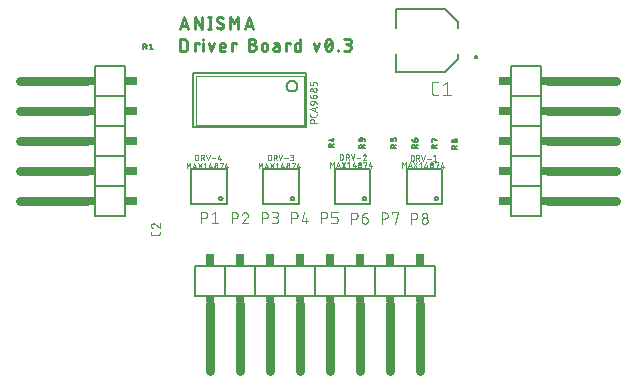
<source format=gbr>
G04 EAGLE Gerber RS-274X export*
G75*
%MOMM*%
%FSLAX34Y34*%
%LPD*%
%INSilkscreen Top*%
%IPPOS*%
%AMOC8*
5,1,8,0,0,1.08239X$1,22.5*%
G01*
%ADD10C,0.254000*%
%ADD11C,0.076200*%
%ADD12C,0.127000*%
%ADD13C,0.050800*%
%ADD14C,0.152400*%
%ADD15C,0.762000*%
%ADD16R,0.762000X0.508000*%
%ADD17R,0.762000X1.016000*%
%ADD18R,0.508000X0.762000*%
%ADD19R,1.016000X0.762000*%
%ADD20C,0.200000*%
%ADD21C,0.101600*%


D10*
X86270Y250320D02*
X89657Y260480D01*
X93043Y250320D01*
X92197Y252860D02*
X87117Y252860D01*
X98645Y250320D02*
X98645Y260480D01*
X104290Y250320D01*
X104290Y260480D01*
X110993Y260480D02*
X110993Y250320D01*
X109864Y250320D02*
X112122Y250320D01*
X112122Y260480D02*
X109864Y260480D01*
X120320Y250320D02*
X120413Y250322D01*
X120506Y250328D01*
X120599Y250337D01*
X120692Y250351D01*
X120783Y250368D01*
X120874Y250389D01*
X120964Y250414D01*
X121053Y250442D01*
X121141Y250474D01*
X121227Y250510D01*
X121312Y250549D01*
X121395Y250592D01*
X121476Y250638D01*
X121555Y250688D01*
X121632Y250740D01*
X121707Y250796D01*
X121779Y250855D01*
X121849Y250917D01*
X121917Y250981D01*
X121981Y251049D01*
X122043Y251119D01*
X122102Y251191D01*
X122158Y251266D01*
X122210Y251343D01*
X122260Y251422D01*
X122306Y251503D01*
X122349Y251586D01*
X122388Y251671D01*
X122424Y251757D01*
X122456Y251845D01*
X122484Y251934D01*
X122509Y252024D01*
X122530Y252115D01*
X122547Y252206D01*
X122561Y252299D01*
X122570Y252392D01*
X122576Y252485D01*
X122578Y252578D01*
X120320Y250320D02*
X120186Y250322D01*
X120051Y250328D01*
X119917Y250337D01*
X119783Y250350D01*
X119650Y250367D01*
X119517Y250388D01*
X119385Y250413D01*
X119253Y250441D01*
X119122Y250473D01*
X118993Y250508D01*
X118864Y250548D01*
X118737Y250591D01*
X118610Y250637D01*
X118485Y250687D01*
X118362Y250740D01*
X118240Y250797D01*
X118120Y250858D01*
X118001Y250921D01*
X117885Y250988D01*
X117770Y251059D01*
X117658Y251132D01*
X117547Y251209D01*
X117439Y251289D01*
X117333Y251371D01*
X117229Y251457D01*
X117128Y251546D01*
X117029Y251637D01*
X116933Y251731D01*
X117215Y258222D02*
X117217Y258315D01*
X117223Y258408D01*
X117232Y258501D01*
X117246Y258594D01*
X117263Y258685D01*
X117284Y258776D01*
X117309Y258866D01*
X117337Y258955D01*
X117369Y259043D01*
X117405Y259129D01*
X117444Y259214D01*
X117487Y259297D01*
X117533Y259378D01*
X117583Y259457D01*
X117635Y259534D01*
X117691Y259609D01*
X117750Y259681D01*
X117812Y259751D01*
X117876Y259819D01*
X117944Y259883D01*
X118014Y259945D01*
X118086Y260004D01*
X118161Y260060D01*
X118238Y260112D01*
X118317Y260162D01*
X118398Y260208D01*
X118481Y260251D01*
X118566Y260290D01*
X118652Y260326D01*
X118740Y260358D01*
X118829Y260386D01*
X118919Y260411D01*
X119010Y260432D01*
X119101Y260449D01*
X119194Y260463D01*
X119287Y260472D01*
X119380Y260478D01*
X119473Y260480D01*
X119603Y260478D01*
X119732Y260472D01*
X119862Y260462D01*
X119991Y260448D01*
X120119Y260430D01*
X120247Y260409D01*
X120374Y260383D01*
X120500Y260353D01*
X120626Y260320D01*
X120750Y260283D01*
X120873Y260242D01*
X120995Y260197D01*
X121115Y260149D01*
X121234Y260096D01*
X121351Y260041D01*
X121466Y259981D01*
X121580Y259919D01*
X121691Y259852D01*
X121801Y259783D01*
X121908Y259710D01*
X122013Y259633D01*
X118345Y256247D02*
X118264Y256297D01*
X118185Y256350D01*
X118108Y256406D01*
X118034Y256466D01*
X117963Y256529D01*
X117894Y256595D01*
X117827Y256663D01*
X117764Y256734D01*
X117704Y256808D01*
X117647Y256884D01*
X117593Y256963D01*
X117542Y257043D01*
X117495Y257126D01*
X117451Y257211D01*
X117411Y257297D01*
X117374Y257385D01*
X117341Y257474D01*
X117312Y257565D01*
X117287Y257657D01*
X117265Y257749D01*
X117248Y257843D01*
X117234Y257937D01*
X117224Y258032D01*
X117218Y258127D01*
X117216Y258222D01*
X121449Y254554D02*
X121530Y254503D01*
X121609Y254450D01*
X121686Y254394D01*
X121760Y254334D01*
X121831Y254271D01*
X121900Y254205D01*
X121967Y254137D01*
X122030Y254066D01*
X122090Y253992D01*
X122147Y253916D01*
X122201Y253837D01*
X122252Y253757D01*
X122299Y253674D01*
X122343Y253589D01*
X122383Y253503D01*
X122420Y253415D01*
X122453Y253326D01*
X122482Y253235D01*
X122507Y253144D01*
X122529Y253051D01*
X122546Y252957D01*
X122560Y252863D01*
X122570Y252768D01*
X122576Y252673D01*
X122578Y252578D01*
X121449Y254553D02*
X118345Y256247D01*
X128561Y260480D02*
X128561Y250320D01*
X131948Y254836D02*
X128561Y260480D01*
X131948Y254836D02*
X135334Y260480D01*
X135334Y250320D01*
X141134Y250320D02*
X144521Y260480D01*
X147907Y250320D01*
X147061Y252860D02*
X141981Y252860D01*
X86270Y241430D02*
X86270Y231270D01*
X86270Y241430D02*
X89092Y241430D01*
X89198Y241428D01*
X89303Y241422D01*
X89408Y241412D01*
X89513Y241398D01*
X89617Y241381D01*
X89720Y241359D01*
X89822Y241334D01*
X89924Y241305D01*
X90024Y241272D01*
X90123Y241235D01*
X90221Y241195D01*
X90316Y241151D01*
X90411Y241103D01*
X90503Y241052D01*
X90593Y240997D01*
X90682Y240940D01*
X90768Y240879D01*
X90851Y240814D01*
X90933Y240747D01*
X91011Y240677D01*
X91087Y240603D01*
X91161Y240527D01*
X91231Y240449D01*
X91298Y240367D01*
X91363Y240284D01*
X91424Y240198D01*
X91481Y240109D01*
X91536Y240019D01*
X91587Y239927D01*
X91635Y239832D01*
X91679Y239736D01*
X91719Y239639D01*
X91756Y239540D01*
X91789Y239440D01*
X91818Y239338D01*
X91843Y239236D01*
X91865Y239133D01*
X91882Y239029D01*
X91896Y238924D01*
X91906Y238819D01*
X91912Y238713D01*
X91914Y238608D01*
X91914Y234092D01*
X91912Y233986D01*
X91906Y233881D01*
X91896Y233776D01*
X91882Y233671D01*
X91865Y233567D01*
X91843Y233464D01*
X91818Y233362D01*
X91789Y233260D01*
X91756Y233160D01*
X91719Y233061D01*
X91679Y232964D01*
X91635Y232868D01*
X91587Y232773D01*
X91536Y232681D01*
X91481Y232591D01*
X91424Y232502D01*
X91363Y232416D01*
X91298Y232333D01*
X91231Y232251D01*
X91161Y232173D01*
X91087Y232097D01*
X91011Y232023D01*
X90933Y231953D01*
X90852Y231886D01*
X90768Y231821D01*
X90682Y231760D01*
X90593Y231703D01*
X90503Y231648D01*
X90411Y231597D01*
X90316Y231549D01*
X90221Y231505D01*
X90123Y231465D01*
X90024Y231428D01*
X89924Y231395D01*
X89822Y231366D01*
X89720Y231341D01*
X89617Y231319D01*
X89513Y231302D01*
X89408Y231288D01*
X89303Y231278D01*
X89198Y231272D01*
X89092Y231270D01*
X86270Y231270D01*
X98381Y231270D02*
X98381Y238043D01*
X101767Y238043D01*
X101767Y236914D01*
X105475Y238043D02*
X105475Y231270D01*
X105193Y240866D02*
X105193Y241430D01*
X105757Y241430D01*
X105757Y240866D01*
X105193Y240866D01*
X110075Y238043D02*
X112333Y231270D01*
X114591Y238043D01*
X121294Y231270D02*
X124116Y231270D01*
X121294Y231270D02*
X121213Y231272D01*
X121133Y231278D01*
X121053Y231287D01*
X120974Y231301D01*
X120895Y231318D01*
X120817Y231339D01*
X120740Y231363D01*
X120665Y231391D01*
X120591Y231423D01*
X120518Y231458D01*
X120448Y231497D01*
X120379Y231539D01*
X120312Y231584D01*
X120247Y231632D01*
X120185Y231684D01*
X120126Y231738D01*
X120069Y231795D01*
X120015Y231854D01*
X119963Y231916D01*
X119915Y231981D01*
X119870Y232048D01*
X119828Y232117D01*
X119789Y232187D01*
X119754Y232260D01*
X119722Y232334D01*
X119694Y232409D01*
X119670Y232486D01*
X119649Y232564D01*
X119632Y232643D01*
X119618Y232722D01*
X119609Y232802D01*
X119603Y232882D01*
X119601Y232963D01*
X119600Y232963D02*
X119600Y235786D01*
X119602Y235879D01*
X119608Y235972D01*
X119617Y236065D01*
X119631Y236158D01*
X119648Y236249D01*
X119669Y236340D01*
X119694Y236430D01*
X119722Y236519D01*
X119754Y236607D01*
X119790Y236693D01*
X119829Y236778D01*
X119872Y236861D01*
X119918Y236942D01*
X119968Y237021D01*
X120020Y237098D01*
X120076Y237173D01*
X120135Y237245D01*
X120197Y237315D01*
X120261Y237383D01*
X120329Y237447D01*
X120399Y237509D01*
X120471Y237568D01*
X120546Y237624D01*
X120623Y237676D01*
X120702Y237726D01*
X120783Y237772D01*
X120866Y237815D01*
X120951Y237854D01*
X121037Y237890D01*
X121125Y237922D01*
X121214Y237950D01*
X121304Y237975D01*
X121395Y237996D01*
X121486Y238013D01*
X121579Y238027D01*
X121672Y238036D01*
X121765Y238042D01*
X121858Y238044D01*
X121951Y238042D01*
X122044Y238036D01*
X122137Y238027D01*
X122230Y238013D01*
X122321Y237996D01*
X122412Y237975D01*
X122502Y237950D01*
X122591Y237922D01*
X122679Y237890D01*
X122765Y237854D01*
X122850Y237815D01*
X122933Y237772D01*
X123014Y237726D01*
X123093Y237676D01*
X123170Y237624D01*
X123245Y237568D01*
X123317Y237509D01*
X123387Y237447D01*
X123455Y237383D01*
X123519Y237315D01*
X123581Y237245D01*
X123640Y237173D01*
X123696Y237098D01*
X123748Y237021D01*
X123798Y236942D01*
X123844Y236861D01*
X123887Y236778D01*
X123926Y236693D01*
X123962Y236607D01*
X123994Y236519D01*
X124022Y236430D01*
X124047Y236340D01*
X124068Y236249D01*
X124085Y236158D01*
X124099Y236065D01*
X124108Y235972D01*
X124114Y235879D01*
X124116Y235786D01*
X124116Y234657D01*
X119600Y234657D01*
X130004Y231270D02*
X130004Y238043D01*
X133390Y238043D01*
X133390Y236914D01*
X144478Y236914D02*
X147300Y236914D01*
X147406Y236912D01*
X147511Y236906D01*
X147616Y236896D01*
X147721Y236882D01*
X147825Y236865D01*
X147928Y236843D01*
X148030Y236818D01*
X148132Y236789D01*
X148232Y236756D01*
X148331Y236719D01*
X148428Y236679D01*
X148524Y236635D01*
X148619Y236587D01*
X148711Y236536D01*
X148801Y236481D01*
X148890Y236424D01*
X148976Y236363D01*
X149059Y236298D01*
X149141Y236231D01*
X149219Y236161D01*
X149295Y236087D01*
X149369Y236011D01*
X149439Y235933D01*
X149506Y235851D01*
X149571Y235768D01*
X149632Y235682D01*
X149689Y235593D01*
X149744Y235503D01*
X149795Y235411D01*
X149843Y235316D01*
X149887Y235220D01*
X149927Y235123D01*
X149964Y235024D01*
X149997Y234924D01*
X150026Y234822D01*
X150051Y234720D01*
X150073Y234617D01*
X150090Y234513D01*
X150104Y234408D01*
X150114Y234303D01*
X150120Y234198D01*
X150122Y234092D01*
X150120Y233986D01*
X150114Y233881D01*
X150104Y233776D01*
X150090Y233671D01*
X150073Y233567D01*
X150051Y233464D01*
X150026Y233362D01*
X149997Y233260D01*
X149964Y233160D01*
X149927Y233061D01*
X149887Y232964D01*
X149843Y232868D01*
X149795Y232773D01*
X149744Y232681D01*
X149689Y232591D01*
X149632Y232502D01*
X149571Y232416D01*
X149506Y232333D01*
X149439Y232251D01*
X149369Y232173D01*
X149295Y232097D01*
X149219Y232023D01*
X149141Y231953D01*
X149059Y231886D01*
X148976Y231821D01*
X148890Y231760D01*
X148801Y231703D01*
X148711Y231648D01*
X148619Y231597D01*
X148524Y231549D01*
X148428Y231505D01*
X148331Y231465D01*
X148232Y231428D01*
X148132Y231395D01*
X148030Y231366D01*
X147928Y231341D01*
X147825Y231319D01*
X147721Y231302D01*
X147616Y231288D01*
X147511Y231278D01*
X147406Y231272D01*
X147300Y231270D01*
X144478Y231270D01*
X144478Y241430D01*
X147300Y241430D01*
X147393Y241428D01*
X147486Y241422D01*
X147579Y241413D01*
X147672Y241399D01*
X147763Y241382D01*
X147854Y241361D01*
X147944Y241336D01*
X148033Y241308D01*
X148121Y241276D01*
X148207Y241240D01*
X148292Y241201D01*
X148375Y241158D01*
X148456Y241112D01*
X148535Y241062D01*
X148612Y241010D01*
X148687Y240954D01*
X148759Y240895D01*
X148829Y240833D01*
X148897Y240769D01*
X148961Y240701D01*
X149023Y240631D01*
X149082Y240559D01*
X149138Y240484D01*
X149190Y240407D01*
X149240Y240328D01*
X149286Y240247D01*
X149329Y240164D01*
X149368Y240079D01*
X149404Y239993D01*
X149436Y239905D01*
X149464Y239816D01*
X149489Y239726D01*
X149510Y239635D01*
X149527Y239544D01*
X149541Y239451D01*
X149550Y239358D01*
X149556Y239265D01*
X149558Y239172D01*
X149556Y239079D01*
X149550Y238986D01*
X149541Y238893D01*
X149527Y238800D01*
X149510Y238709D01*
X149489Y238618D01*
X149464Y238528D01*
X149436Y238439D01*
X149404Y238351D01*
X149368Y238265D01*
X149329Y238180D01*
X149286Y238097D01*
X149240Y238016D01*
X149190Y237937D01*
X149138Y237860D01*
X149082Y237785D01*
X149023Y237713D01*
X148961Y237643D01*
X148897Y237575D01*
X148829Y237511D01*
X148759Y237449D01*
X148687Y237390D01*
X148612Y237334D01*
X148535Y237282D01*
X148456Y237232D01*
X148375Y237186D01*
X148292Y237143D01*
X148207Y237104D01*
X148121Y237068D01*
X148033Y237036D01*
X147944Y237008D01*
X147854Y236983D01*
X147763Y236962D01*
X147672Y236945D01*
X147579Y236931D01*
X147486Y236922D01*
X147393Y236916D01*
X147300Y236914D01*
X155033Y235786D02*
X155033Y233528D01*
X155033Y235786D02*
X155035Y235879D01*
X155041Y235972D01*
X155050Y236065D01*
X155064Y236158D01*
X155081Y236249D01*
X155102Y236340D01*
X155127Y236430D01*
X155155Y236519D01*
X155187Y236607D01*
X155223Y236693D01*
X155262Y236778D01*
X155305Y236861D01*
X155351Y236942D01*
X155401Y237021D01*
X155453Y237098D01*
X155509Y237173D01*
X155568Y237245D01*
X155630Y237315D01*
X155694Y237383D01*
X155762Y237447D01*
X155832Y237509D01*
X155904Y237568D01*
X155979Y237624D01*
X156056Y237676D01*
X156135Y237726D01*
X156216Y237772D01*
X156299Y237815D01*
X156384Y237854D01*
X156470Y237890D01*
X156558Y237922D01*
X156647Y237950D01*
X156737Y237975D01*
X156828Y237996D01*
X156919Y238013D01*
X157012Y238027D01*
X157105Y238036D01*
X157198Y238042D01*
X157291Y238044D01*
X157384Y238042D01*
X157477Y238036D01*
X157570Y238027D01*
X157663Y238013D01*
X157754Y237996D01*
X157845Y237975D01*
X157935Y237950D01*
X158024Y237922D01*
X158112Y237890D01*
X158198Y237854D01*
X158283Y237815D01*
X158366Y237772D01*
X158447Y237726D01*
X158526Y237676D01*
X158603Y237624D01*
X158678Y237568D01*
X158750Y237509D01*
X158820Y237447D01*
X158888Y237383D01*
X158952Y237315D01*
X159014Y237245D01*
X159073Y237173D01*
X159129Y237098D01*
X159181Y237021D01*
X159231Y236942D01*
X159277Y236861D01*
X159320Y236778D01*
X159359Y236693D01*
X159395Y236607D01*
X159427Y236519D01*
X159455Y236430D01*
X159480Y236340D01*
X159501Y236249D01*
X159518Y236158D01*
X159532Y236065D01*
X159541Y235972D01*
X159547Y235879D01*
X159549Y235786D01*
X159549Y233528D01*
X159547Y233435D01*
X159541Y233342D01*
X159532Y233249D01*
X159518Y233156D01*
X159501Y233065D01*
X159480Y232974D01*
X159455Y232884D01*
X159427Y232795D01*
X159395Y232707D01*
X159359Y232621D01*
X159320Y232536D01*
X159277Y232453D01*
X159231Y232372D01*
X159181Y232293D01*
X159129Y232216D01*
X159073Y232141D01*
X159014Y232069D01*
X158952Y231999D01*
X158888Y231931D01*
X158820Y231867D01*
X158750Y231805D01*
X158678Y231746D01*
X158603Y231690D01*
X158526Y231638D01*
X158447Y231588D01*
X158366Y231542D01*
X158283Y231499D01*
X158198Y231460D01*
X158112Y231424D01*
X158024Y231392D01*
X157935Y231364D01*
X157845Y231339D01*
X157754Y231318D01*
X157663Y231301D01*
X157570Y231287D01*
X157477Y231278D01*
X157384Y231272D01*
X157291Y231270D01*
X157198Y231272D01*
X157105Y231278D01*
X157012Y231287D01*
X156919Y231301D01*
X156828Y231318D01*
X156737Y231339D01*
X156647Y231364D01*
X156558Y231392D01*
X156470Y231424D01*
X156384Y231460D01*
X156299Y231499D01*
X156216Y231542D01*
X156135Y231588D01*
X156056Y231638D01*
X155979Y231690D01*
X155904Y231746D01*
X155832Y231805D01*
X155762Y231867D01*
X155694Y231931D01*
X155630Y231999D01*
X155568Y232069D01*
X155509Y232141D01*
X155453Y232216D01*
X155401Y232293D01*
X155351Y232372D01*
X155305Y232453D01*
X155262Y232536D01*
X155223Y232621D01*
X155187Y232707D01*
X155155Y232795D01*
X155127Y232884D01*
X155102Y232974D01*
X155081Y233065D01*
X155064Y233156D01*
X155050Y233249D01*
X155041Y233342D01*
X155035Y233435D01*
X155033Y233528D01*
X166812Y235221D02*
X169352Y235221D01*
X166812Y235222D02*
X166725Y235220D01*
X166637Y235214D01*
X166550Y235205D01*
X166464Y235191D01*
X166378Y235174D01*
X166294Y235153D01*
X166210Y235128D01*
X166127Y235099D01*
X166046Y235067D01*
X165966Y235032D01*
X165888Y234993D01*
X165811Y234950D01*
X165737Y234904D01*
X165665Y234855D01*
X165595Y234803D01*
X165527Y234747D01*
X165462Y234689D01*
X165399Y234628D01*
X165340Y234564D01*
X165283Y234497D01*
X165229Y234429D01*
X165178Y234357D01*
X165131Y234284D01*
X165086Y234209D01*
X165045Y234131D01*
X165008Y234052D01*
X164974Y233972D01*
X164944Y233890D01*
X164917Y233807D01*
X164894Y233722D01*
X164875Y233637D01*
X164860Y233551D01*
X164848Y233464D01*
X164840Y233377D01*
X164836Y233290D01*
X164836Y233202D01*
X164840Y233115D01*
X164848Y233028D01*
X164860Y232941D01*
X164875Y232855D01*
X164894Y232770D01*
X164917Y232685D01*
X164944Y232602D01*
X164974Y232520D01*
X165008Y232440D01*
X165045Y232361D01*
X165086Y232283D01*
X165131Y232208D01*
X165178Y232135D01*
X165229Y232063D01*
X165283Y231995D01*
X165340Y231928D01*
X165399Y231864D01*
X165462Y231803D01*
X165527Y231745D01*
X165595Y231689D01*
X165665Y231637D01*
X165737Y231588D01*
X165811Y231542D01*
X165888Y231499D01*
X165966Y231460D01*
X166046Y231425D01*
X166127Y231393D01*
X166210Y231364D01*
X166294Y231339D01*
X166378Y231318D01*
X166464Y231301D01*
X166550Y231287D01*
X166637Y231278D01*
X166725Y231272D01*
X166812Y231270D01*
X169352Y231270D01*
X169352Y236350D01*
X169351Y236350D02*
X169349Y236431D01*
X169343Y236511D01*
X169334Y236591D01*
X169320Y236670D01*
X169303Y236749D01*
X169282Y236827D01*
X169258Y236904D01*
X169230Y236979D01*
X169198Y237053D01*
X169163Y237126D01*
X169124Y237197D01*
X169082Y237265D01*
X169037Y237332D01*
X168989Y237397D01*
X168937Y237459D01*
X168883Y237518D01*
X168826Y237575D01*
X168767Y237629D01*
X168705Y237681D01*
X168640Y237729D01*
X168573Y237774D01*
X168505Y237816D01*
X168434Y237855D01*
X168361Y237890D01*
X168287Y237922D01*
X168212Y237950D01*
X168135Y237974D01*
X168057Y237995D01*
X167978Y238012D01*
X167899Y238026D01*
X167819Y238035D01*
X167739Y238041D01*
X167658Y238043D01*
X165401Y238043D01*
X175723Y238043D02*
X175723Y231270D01*
X175723Y238043D02*
X179110Y238043D01*
X179110Y236914D01*
X187640Y241430D02*
X187640Y231270D01*
X184817Y231270D01*
X184736Y231272D01*
X184656Y231278D01*
X184576Y231287D01*
X184497Y231301D01*
X184418Y231318D01*
X184340Y231339D01*
X184263Y231363D01*
X184188Y231391D01*
X184114Y231423D01*
X184041Y231458D01*
X183971Y231497D01*
X183902Y231539D01*
X183835Y231584D01*
X183770Y231632D01*
X183708Y231684D01*
X183649Y231738D01*
X183592Y231795D01*
X183538Y231854D01*
X183486Y231916D01*
X183438Y231981D01*
X183393Y232048D01*
X183351Y232117D01*
X183312Y232187D01*
X183277Y232260D01*
X183245Y232334D01*
X183217Y232409D01*
X183193Y232486D01*
X183172Y232564D01*
X183155Y232643D01*
X183141Y232722D01*
X183132Y232802D01*
X183126Y232882D01*
X183124Y232963D01*
X183124Y236350D01*
X183126Y236431D01*
X183132Y236511D01*
X183141Y236591D01*
X183155Y236670D01*
X183172Y236749D01*
X183193Y236827D01*
X183217Y236904D01*
X183245Y236979D01*
X183277Y237053D01*
X183312Y237126D01*
X183351Y237197D01*
X183393Y237265D01*
X183438Y237332D01*
X183486Y237397D01*
X183538Y237459D01*
X183592Y237518D01*
X183649Y237575D01*
X183708Y237629D01*
X183770Y237681D01*
X183835Y237729D01*
X183902Y237774D01*
X183971Y237816D01*
X184041Y237855D01*
X184114Y237890D01*
X184188Y237922D01*
X184263Y237950D01*
X184340Y237974D01*
X184418Y237995D01*
X184497Y238012D01*
X184576Y238026D01*
X184656Y238035D01*
X184736Y238041D01*
X184817Y238043D01*
X187640Y238043D01*
X199229Y238043D02*
X201487Y231270D01*
X203745Y238043D01*
X208951Y236350D02*
X208953Y236550D01*
X208961Y236750D01*
X208972Y236949D01*
X208989Y237148D01*
X209011Y237347D01*
X209037Y237545D01*
X209068Y237743D01*
X209103Y237939D01*
X209144Y238135D01*
X209188Y238330D01*
X209238Y238524D01*
X209292Y238716D01*
X209351Y238907D01*
X209414Y239097D01*
X209482Y239285D01*
X209554Y239471D01*
X209631Y239656D01*
X209712Y239838D01*
X209798Y240019D01*
X209799Y240019D02*
X209830Y240103D01*
X209864Y240185D01*
X209902Y240266D01*
X209943Y240346D01*
X209988Y240423D01*
X210035Y240498D01*
X210086Y240572D01*
X210141Y240643D01*
X210198Y240711D01*
X210258Y240778D01*
X210321Y240841D01*
X210386Y240902D01*
X210454Y240960D01*
X210524Y241015D01*
X210597Y241067D01*
X210672Y241115D01*
X210749Y241161D01*
X210827Y241203D01*
X210908Y241242D01*
X210990Y241277D01*
X211073Y241309D01*
X211158Y241337D01*
X211244Y241362D01*
X211331Y241382D01*
X211418Y241400D01*
X211507Y241413D01*
X211596Y241422D01*
X211685Y241428D01*
X211774Y241430D01*
X211863Y241428D01*
X211952Y241422D01*
X212041Y241413D01*
X212130Y241400D01*
X212217Y241382D01*
X212304Y241362D01*
X212390Y241337D01*
X212475Y241309D01*
X212558Y241277D01*
X212640Y241242D01*
X212721Y241203D01*
X212799Y241161D01*
X212876Y241115D01*
X212951Y241067D01*
X213024Y241015D01*
X213094Y240960D01*
X213162Y240902D01*
X213228Y240841D01*
X213290Y240777D01*
X213350Y240711D01*
X213407Y240643D01*
X213462Y240572D01*
X213513Y240498D01*
X213560Y240423D01*
X213605Y240346D01*
X213646Y240266D01*
X213684Y240185D01*
X213718Y240103D01*
X213749Y240019D01*
X213835Y239838D01*
X213916Y239655D01*
X213993Y239471D01*
X214065Y239284D01*
X214133Y239096D01*
X214196Y238907D01*
X214255Y238716D01*
X214309Y238523D01*
X214359Y238330D01*
X214403Y238135D01*
X214444Y237939D01*
X214479Y237743D01*
X214510Y237545D01*
X214536Y237347D01*
X214558Y237148D01*
X214575Y236949D01*
X214586Y236750D01*
X214594Y236550D01*
X214596Y236350D01*
X208951Y236350D02*
X208953Y236150D01*
X208961Y235950D01*
X208972Y235751D01*
X208989Y235552D01*
X209011Y235353D01*
X209037Y235155D01*
X209068Y234957D01*
X209103Y234761D01*
X209144Y234565D01*
X209188Y234370D01*
X209238Y234176D01*
X209292Y233984D01*
X209351Y233793D01*
X209414Y233603D01*
X209482Y233415D01*
X209554Y233229D01*
X209631Y233044D01*
X209712Y232862D01*
X209798Y232681D01*
X209799Y232681D02*
X209830Y232597D01*
X209864Y232515D01*
X209902Y232434D01*
X209943Y232354D01*
X209988Y232277D01*
X210035Y232202D01*
X210087Y232128D01*
X210141Y232057D01*
X210198Y231989D01*
X210258Y231922D01*
X210321Y231859D01*
X210386Y231798D01*
X210454Y231740D01*
X210524Y231685D01*
X210597Y231633D01*
X210672Y231585D01*
X210749Y231539D01*
X210827Y231497D01*
X210908Y231458D01*
X210990Y231423D01*
X211073Y231391D01*
X211158Y231363D01*
X211244Y231338D01*
X211331Y231318D01*
X211418Y231300D01*
X211507Y231287D01*
X211596Y231278D01*
X211685Y231272D01*
X211774Y231270D01*
X213750Y232681D02*
X213836Y232862D01*
X213917Y233044D01*
X213994Y233229D01*
X214066Y233415D01*
X214134Y233603D01*
X214197Y233793D01*
X214256Y233984D01*
X214310Y234176D01*
X214360Y234370D01*
X214404Y234565D01*
X214445Y234761D01*
X214480Y234957D01*
X214511Y235155D01*
X214537Y235353D01*
X214559Y235552D01*
X214576Y235751D01*
X214587Y235950D01*
X214595Y236150D01*
X214597Y236350D01*
X213749Y232681D02*
X213718Y232597D01*
X213684Y232515D01*
X213646Y232434D01*
X213605Y232354D01*
X213560Y232277D01*
X213513Y232202D01*
X213462Y232128D01*
X213407Y232057D01*
X213350Y231989D01*
X213290Y231922D01*
X213227Y231859D01*
X213162Y231798D01*
X213094Y231740D01*
X213024Y231685D01*
X212951Y231633D01*
X212876Y231585D01*
X212799Y231539D01*
X212721Y231497D01*
X212640Y231458D01*
X212558Y231423D01*
X212475Y231391D01*
X212390Y231363D01*
X212304Y231338D01*
X212217Y231318D01*
X212130Y231300D01*
X212041Y231287D01*
X211952Y231278D01*
X211863Y231272D01*
X211774Y231270D01*
X209516Y233528D02*
X214032Y239172D01*
X219493Y231834D02*
X219493Y231270D01*
X219493Y231834D02*
X220057Y231834D01*
X220057Y231270D01*
X219493Y231270D01*
X224954Y231270D02*
X227776Y231270D01*
X227882Y231272D01*
X227987Y231278D01*
X228092Y231288D01*
X228197Y231302D01*
X228301Y231319D01*
X228404Y231341D01*
X228506Y231366D01*
X228608Y231395D01*
X228708Y231428D01*
X228807Y231465D01*
X228904Y231505D01*
X229000Y231549D01*
X229095Y231597D01*
X229187Y231648D01*
X229277Y231703D01*
X229366Y231760D01*
X229452Y231821D01*
X229535Y231886D01*
X229617Y231953D01*
X229695Y232023D01*
X229771Y232097D01*
X229845Y232173D01*
X229915Y232251D01*
X229982Y232333D01*
X230047Y232416D01*
X230108Y232502D01*
X230165Y232591D01*
X230220Y232681D01*
X230271Y232773D01*
X230319Y232868D01*
X230363Y232964D01*
X230403Y233061D01*
X230440Y233160D01*
X230473Y233260D01*
X230502Y233362D01*
X230527Y233464D01*
X230549Y233567D01*
X230566Y233671D01*
X230580Y233776D01*
X230590Y233881D01*
X230596Y233986D01*
X230598Y234092D01*
X230596Y234198D01*
X230590Y234303D01*
X230580Y234408D01*
X230566Y234513D01*
X230549Y234617D01*
X230527Y234720D01*
X230502Y234822D01*
X230473Y234924D01*
X230440Y235024D01*
X230403Y235123D01*
X230363Y235220D01*
X230319Y235316D01*
X230271Y235411D01*
X230220Y235503D01*
X230165Y235593D01*
X230108Y235682D01*
X230047Y235768D01*
X229982Y235851D01*
X229915Y235933D01*
X229845Y236011D01*
X229771Y236087D01*
X229695Y236161D01*
X229617Y236231D01*
X229535Y236298D01*
X229452Y236363D01*
X229366Y236424D01*
X229277Y236481D01*
X229187Y236536D01*
X229095Y236587D01*
X229000Y236635D01*
X228904Y236679D01*
X228807Y236719D01*
X228708Y236756D01*
X228608Y236789D01*
X228506Y236818D01*
X228404Y236843D01*
X228301Y236865D01*
X228197Y236882D01*
X228092Y236896D01*
X227987Y236906D01*
X227882Y236912D01*
X227776Y236914D01*
X228340Y241430D02*
X224954Y241430D01*
X228340Y241430D02*
X228433Y241428D01*
X228526Y241422D01*
X228619Y241413D01*
X228712Y241399D01*
X228803Y241382D01*
X228894Y241361D01*
X228984Y241336D01*
X229073Y241308D01*
X229161Y241276D01*
X229247Y241240D01*
X229332Y241201D01*
X229415Y241158D01*
X229496Y241112D01*
X229575Y241062D01*
X229652Y241010D01*
X229727Y240954D01*
X229799Y240895D01*
X229869Y240833D01*
X229937Y240769D01*
X230001Y240701D01*
X230063Y240631D01*
X230122Y240559D01*
X230178Y240484D01*
X230230Y240407D01*
X230280Y240328D01*
X230326Y240247D01*
X230369Y240164D01*
X230408Y240079D01*
X230444Y239993D01*
X230476Y239905D01*
X230504Y239816D01*
X230529Y239726D01*
X230550Y239635D01*
X230567Y239544D01*
X230581Y239451D01*
X230590Y239358D01*
X230596Y239265D01*
X230598Y239172D01*
X230596Y239079D01*
X230590Y238986D01*
X230581Y238893D01*
X230567Y238800D01*
X230550Y238709D01*
X230529Y238618D01*
X230504Y238528D01*
X230476Y238439D01*
X230444Y238351D01*
X230408Y238265D01*
X230369Y238180D01*
X230326Y238097D01*
X230280Y238016D01*
X230230Y237937D01*
X230178Y237860D01*
X230122Y237785D01*
X230063Y237713D01*
X230001Y237643D01*
X229937Y237575D01*
X229869Y237511D01*
X229799Y237449D01*
X229727Y237390D01*
X229652Y237334D01*
X229575Y237282D01*
X229496Y237232D01*
X229415Y237186D01*
X229332Y237143D01*
X229247Y237104D01*
X229161Y237068D01*
X229073Y237036D01*
X228984Y237008D01*
X228894Y236983D01*
X228803Y236962D01*
X228712Y236945D01*
X228619Y236931D01*
X228526Y236922D01*
X228433Y236916D01*
X228340Y236914D01*
X226083Y236914D01*
D11*
X103936Y95079D02*
X103936Y85681D01*
X103936Y95079D02*
X106546Y95079D01*
X106647Y95077D01*
X106748Y95071D01*
X106849Y95061D01*
X106949Y95048D01*
X107049Y95030D01*
X107148Y95009D01*
X107246Y94983D01*
X107343Y94954D01*
X107439Y94922D01*
X107533Y94885D01*
X107626Y94845D01*
X107718Y94801D01*
X107807Y94754D01*
X107895Y94703D01*
X107981Y94649D01*
X108064Y94592D01*
X108146Y94532D01*
X108224Y94468D01*
X108301Y94402D01*
X108374Y94332D01*
X108445Y94260D01*
X108513Y94185D01*
X108578Y94107D01*
X108640Y94027D01*
X108699Y93945D01*
X108755Y93860D01*
X108807Y93773D01*
X108856Y93685D01*
X108902Y93594D01*
X108943Y93502D01*
X108982Y93408D01*
X109016Y93313D01*
X109047Y93217D01*
X109074Y93119D01*
X109098Y93021D01*
X109117Y92921D01*
X109133Y92821D01*
X109145Y92721D01*
X109153Y92620D01*
X109157Y92519D01*
X109157Y92417D01*
X109153Y92316D01*
X109145Y92215D01*
X109133Y92115D01*
X109117Y92015D01*
X109098Y91915D01*
X109074Y91817D01*
X109047Y91719D01*
X109016Y91623D01*
X108982Y91528D01*
X108943Y91434D01*
X108902Y91342D01*
X108856Y91251D01*
X108807Y91162D01*
X108755Y91076D01*
X108699Y90991D01*
X108640Y90909D01*
X108578Y90829D01*
X108513Y90751D01*
X108445Y90676D01*
X108374Y90604D01*
X108301Y90534D01*
X108224Y90468D01*
X108146Y90404D01*
X108064Y90344D01*
X107981Y90287D01*
X107895Y90233D01*
X107807Y90182D01*
X107718Y90135D01*
X107626Y90091D01*
X107533Y90051D01*
X107439Y90014D01*
X107343Y89982D01*
X107246Y89953D01*
X107148Y89927D01*
X107049Y89906D01*
X106949Y89888D01*
X106849Y89875D01*
X106748Y89865D01*
X106647Y89859D01*
X106546Y89857D01*
X106546Y89858D02*
X103936Y89858D01*
X112643Y92991D02*
X115254Y95079D01*
X115254Y85681D01*
X112643Y85681D02*
X117865Y85681D01*
X129536Y85381D02*
X129536Y94779D01*
X132146Y94779D01*
X132247Y94777D01*
X132348Y94771D01*
X132449Y94761D01*
X132549Y94748D01*
X132649Y94730D01*
X132748Y94709D01*
X132846Y94683D01*
X132943Y94654D01*
X133039Y94622D01*
X133133Y94585D01*
X133226Y94545D01*
X133318Y94501D01*
X133407Y94454D01*
X133495Y94403D01*
X133581Y94349D01*
X133664Y94292D01*
X133746Y94232D01*
X133824Y94168D01*
X133901Y94102D01*
X133974Y94032D01*
X134045Y93960D01*
X134113Y93885D01*
X134178Y93807D01*
X134240Y93727D01*
X134299Y93645D01*
X134355Y93560D01*
X134407Y93473D01*
X134456Y93385D01*
X134502Y93294D01*
X134543Y93202D01*
X134582Y93108D01*
X134616Y93013D01*
X134647Y92917D01*
X134674Y92819D01*
X134698Y92721D01*
X134717Y92621D01*
X134733Y92521D01*
X134745Y92421D01*
X134753Y92320D01*
X134757Y92219D01*
X134757Y92117D01*
X134753Y92016D01*
X134745Y91915D01*
X134733Y91815D01*
X134717Y91715D01*
X134698Y91615D01*
X134674Y91517D01*
X134647Y91419D01*
X134616Y91323D01*
X134582Y91228D01*
X134543Y91134D01*
X134502Y91042D01*
X134456Y90951D01*
X134407Y90862D01*
X134355Y90776D01*
X134299Y90691D01*
X134240Y90609D01*
X134178Y90529D01*
X134113Y90451D01*
X134045Y90376D01*
X133974Y90304D01*
X133901Y90234D01*
X133824Y90168D01*
X133746Y90104D01*
X133664Y90044D01*
X133581Y89987D01*
X133495Y89933D01*
X133407Y89882D01*
X133318Y89835D01*
X133226Y89791D01*
X133133Y89751D01*
X133039Y89714D01*
X132943Y89682D01*
X132846Y89653D01*
X132748Y89627D01*
X132649Y89606D01*
X132549Y89588D01*
X132449Y89575D01*
X132348Y89565D01*
X132247Y89559D01*
X132146Y89557D01*
X132146Y89558D02*
X129536Y89558D01*
X141115Y94780D02*
X141210Y94778D01*
X141304Y94772D01*
X141398Y94763D01*
X141492Y94750D01*
X141585Y94733D01*
X141677Y94712D01*
X141769Y94687D01*
X141859Y94659D01*
X141948Y94627D01*
X142036Y94592D01*
X142122Y94553D01*
X142207Y94511D01*
X142290Y94465D01*
X142371Y94416D01*
X142450Y94364D01*
X142527Y94309D01*
X142601Y94250D01*
X142673Y94189D01*
X142743Y94125D01*
X142810Y94058D01*
X142874Y93988D01*
X142935Y93916D01*
X142994Y93842D01*
X143049Y93765D01*
X143101Y93686D01*
X143150Y93605D01*
X143196Y93522D01*
X143238Y93437D01*
X143277Y93351D01*
X143312Y93263D01*
X143344Y93174D01*
X143372Y93084D01*
X143397Y92992D01*
X143418Y92900D01*
X143435Y92807D01*
X143448Y92713D01*
X143457Y92619D01*
X143463Y92525D01*
X143465Y92430D01*
X141115Y94779D02*
X141007Y94777D01*
X140898Y94771D01*
X140790Y94761D01*
X140683Y94748D01*
X140576Y94730D01*
X140469Y94709D01*
X140364Y94684D01*
X140259Y94655D01*
X140156Y94623D01*
X140054Y94586D01*
X139953Y94546D01*
X139854Y94503D01*
X139756Y94456D01*
X139660Y94405D01*
X139566Y94351D01*
X139474Y94294D01*
X139384Y94233D01*
X139296Y94169D01*
X139211Y94103D01*
X139128Y94033D01*
X139048Y93960D01*
X138970Y93884D01*
X138895Y93806D01*
X138823Y93725D01*
X138754Y93641D01*
X138688Y93555D01*
X138625Y93467D01*
X138566Y93376D01*
X138509Y93284D01*
X138456Y93189D01*
X138407Y93093D01*
X138361Y92994D01*
X138318Y92895D01*
X138279Y92793D01*
X138244Y92691D01*
X142682Y90602D02*
X142751Y90671D01*
X142817Y90742D01*
X142881Y90815D01*
X142942Y90891D01*
X143000Y90970D01*
X143054Y91050D01*
X143106Y91133D01*
X143154Y91217D01*
X143200Y91303D01*
X143241Y91391D01*
X143280Y91481D01*
X143315Y91572D01*
X143346Y91664D01*
X143374Y91757D01*
X143398Y91851D01*
X143418Y91946D01*
X143435Y92042D01*
X143448Y92139D01*
X143457Y92236D01*
X143463Y92333D01*
X143465Y92430D01*
X142681Y90602D02*
X138243Y85381D01*
X143465Y85381D01*
X155036Y85381D02*
X155036Y94779D01*
X157646Y94779D01*
X157747Y94777D01*
X157848Y94771D01*
X157949Y94761D01*
X158049Y94748D01*
X158149Y94730D01*
X158248Y94709D01*
X158346Y94683D01*
X158443Y94654D01*
X158539Y94622D01*
X158633Y94585D01*
X158726Y94545D01*
X158818Y94501D01*
X158907Y94454D01*
X158995Y94403D01*
X159081Y94349D01*
X159164Y94292D01*
X159246Y94232D01*
X159324Y94168D01*
X159401Y94102D01*
X159474Y94032D01*
X159545Y93960D01*
X159613Y93885D01*
X159678Y93807D01*
X159740Y93727D01*
X159799Y93645D01*
X159855Y93560D01*
X159907Y93473D01*
X159956Y93385D01*
X160002Y93294D01*
X160043Y93202D01*
X160082Y93108D01*
X160116Y93013D01*
X160147Y92917D01*
X160174Y92819D01*
X160198Y92721D01*
X160217Y92621D01*
X160233Y92521D01*
X160245Y92421D01*
X160253Y92320D01*
X160257Y92219D01*
X160257Y92117D01*
X160253Y92016D01*
X160245Y91915D01*
X160233Y91815D01*
X160217Y91715D01*
X160198Y91615D01*
X160174Y91517D01*
X160147Y91419D01*
X160116Y91323D01*
X160082Y91228D01*
X160043Y91134D01*
X160002Y91042D01*
X159956Y90951D01*
X159907Y90862D01*
X159855Y90776D01*
X159799Y90691D01*
X159740Y90609D01*
X159678Y90529D01*
X159613Y90451D01*
X159545Y90376D01*
X159474Y90304D01*
X159401Y90234D01*
X159324Y90168D01*
X159246Y90104D01*
X159164Y90044D01*
X159081Y89987D01*
X158995Y89933D01*
X158907Y89882D01*
X158818Y89835D01*
X158726Y89791D01*
X158633Y89751D01*
X158539Y89714D01*
X158443Y89682D01*
X158346Y89653D01*
X158248Y89627D01*
X158149Y89606D01*
X158049Y89588D01*
X157949Y89575D01*
X157848Y89565D01*
X157747Y89559D01*
X157646Y89557D01*
X157646Y89558D02*
X155036Y89558D01*
X163743Y85381D02*
X166354Y85381D01*
X166455Y85383D01*
X166556Y85389D01*
X166657Y85399D01*
X166757Y85412D01*
X166857Y85430D01*
X166956Y85451D01*
X167054Y85477D01*
X167151Y85506D01*
X167247Y85538D01*
X167341Y85575D01*
X167434Y85615D01*
X167526Y85659D01*
X167615Y85706D01*
X167703Y85757D01*
X167789Y85811D01*
X167872Y85868D01*
X167954Y85928D01*
X168032Y85992D01*
X168109Y86058D01*
X168182Y86128D01*
X168253Y86200D01*
X168321Y86275D01*
X168386Y86353D01*
X168448Y86433D01*
X168507Y86515D01*
X168563Y86600D01*
X168615Y86686D01*
X168664Y86775D01*
X168710Y86866D01*
X168751Y86958D01*
X168790Y87052D01*
X168824Y87147D01*
X168855Y87243D01*
X168882Y87341D01*
X168906Y87439D01*
X168925Y87539D01*
X168941Y87639D01*
X168953Y87739D01*
X168961Y87840D01*
X168965Y87941D01*
X168965Y88043D01*
X168961Y88144D01*
X168953Y88245D01*
X168941Y88345D01*
X168925Y88445D01*
X168906Y88545D01*
X168882Y88643D01*
X168855Y88741D01*
X168824Y88837D01*
X168790Y88932D01*
X168751Y89026D01*
X168710Y89118D01*
X168664Y89209D01*
X168615Y89297D01*
X168563Y89384D01*
X168507Y89469D01*
X168448Y89551D01*
X168386Y89631D01*
X168321Y89709D01*
X168253Y89784D01*
X168182Y89856D01*
X168109Y89926D01*
X168032Y89992D01*
X167954Y90056D01*
X167872Y90116D01*
X167789Y90173D01*
X167703Y90227D01*
X167615Y90278D01*
X167526Y90325D01*
X167434Y90369D01*
X167341Y90409D01*
X167247Y90446D01*
X167151Y90478D01*
X167054Y90507D01*
X166956Y90533D01*
X166857Y90554D01*
X166757Y90572D01*
X166657Y90585D01*
X166556Y90595D01*
X166455Y90601D01*
X166354Y90603D01*
X166876Y94779D02*
X163743Y94779D01*
X166876Y94779D02*
X166966Y94777D01*
X167055Y94771D01*
X167145Y94762D01*
X167234Y94748D01*
X167322Y94731D01*
X167409Y94710D01*
X167496Y94685D01*
X167581Y94656D01*
X167665Y94624D01*
X167747Y94589D01*
X167828Y94549D01*
X167907Y94507D01*
X167984Y94461D01*
X168059Y94411D01*
X168132Y94359D01*
X168203Y94303D01*
X168271Y94245D01*
X168336Y94183D01*
X168399Y94119D01*
X168459Y94052D01*
X168516Y93983D01*
X168570Y93911D01*
X168621Y93837D01*
X168669Y93761D01*
X168713Y93683D01*
X168754Y93603D01*
X168792Y93521D01*
X168826Y93438D01*
X168856Y93353D01*
X168883Y93267D01*
X168906Y93181D01*
X168925Y93093D01*
X168940Y93004D01*
X168952Y92915D01*
X168960Y92826D01*
X168964Y92736D01*
X168964Y92646D01*
X168960Y92556D01*
X168952Y92467D01*
X168940Y92378D01*
X168925Y92289D01*
X168906Y92201D01*
X168883Y92115D01*
X168856Y92029D01*
X168826Y91944D01*
X168792Y91861D01*
X168754Y91779D01*
X168713Y91699D01*
X168669Y91621D01*
X168621Y91545D01*
X168570Y91471D01*
X168516Y91399D01*
X168459Y91330D01*
X168399Y91263D01*
X168336Y91199D01*
X168271Y91137D01*
X168203Y91079D01*
X168132Y91023D01*
X168059Y90971D01*
X167984Y90921D01*
X167907Y90875D01*
X167828Y90833D01*
X167747Y90793D01*
X167665Y90758D01*
X167581Y90726D01*
X167496Y90697D01*
X167409Y90672D01*
X167322Y90651D01*
X167234Y90634D01*
X167145Y90620D01*
X167055Y90611D01*
X166966Y90605D01*
X166876Y90603D01*
X166876Y90602D02*
X164788Y90602D01*
X180236Y94779D02*
X180236Y85381D01*
X180236Y94779D02*
X182846Y94779D01*
X182947Y94777D01*
X183048Y94771D01*
X183149Y94761D01*
X183249Y94748D01*
X183349Y94730D01*
X183448Y94709D01*
X183546Y94683D01*
X183643Y94654D01*
X183739Y94622D01*
X183833Y94585D01*
X183926Y94545D01*
X184018Y94501D01*
X184107Y94454D01*
X184195Y94403D01*
X184281Y94349D01*
X184364Y94292D01*
X184446Y94232D01*
X184524Y94168D01*
X184601Y94102D01*
X184674Y94032D01*
X184745Y93960D01*
X184813Y93885D01*
X184878Y93807D01*
X184940Y93727D01*
X184999Y93645D01*
X185055Y93560D01*
X185107Y93473D01*
X185156Y93385D01*
X185202Y93294D01*
X185243Y93202D01*
X185282Y93108D01*
X185316Y93013D01*
X185347Y92917D01*
X185374Y92819D01*
X185398Y92721D01*
X185417Y92621D01*
X185433Y92521D01*
X185445Y92421D01*
X185453Y92320D01*
X185457Y92219D01*
X185457Y92117D01*
X185453Y92016D01*
X185445Y91915D01*
X185433Y91815D01*
X185417Y91715D01*
X185398Y91615D01*
X185374Y91517D01*
X185347Y91419D01*
X185316Y91323D01*
X185282Y91228D01*
X185243Y91134D01*
X185202Y91042D01*
X185156Y90951D01*
X185107Y90862D01*
X185055Y90776D01*
X184999Y90691D01*
X184940Y90609D01*
X184878Y90529D01*
X184813Y90451D01*
X184745Y90376D01*
X184674Y90304D01*
X184601Y90234D01*
X184524Y90168D01*
X184446Y90104D01*
X184364Y90044D01*
X184281Y89987D01*
X184195Y89933D01*
X184107Y89882D01*
X184018Y89835D01*
X183926Y89791D01*
X183833Y89751D01*
X183739Y89714D01*
X183643Y89682D01*
X183546Y89653D01*
X183448Y89627D01*
X183349Y89606D01*
X183249Y89588D01*
X183149Y89575D01*
X183048Y89565D01*
X182947Y89559D01*
X182846Y89557D01*
X182846Y89558D02*
X180236Y89558D01*
X188943Y87469D02*
X191032Y94779D01*
X188943Y87469D02*
X194165Y87469D01*
X192598Y85381D02*
X192598Y89558D01*
X205436Y85581D02*
X205436Y94979D01*
X208046Y94979D01*
X208147Y94977D01*
X208248Y94971D01*
X208349Y94961D01*
X208449Y94948D01*
X208549Y94930D01*
X208648Y94909D01*
X208746Y94883D01*
X208843Y94854D01*
X208939Y94822D01*
X209033Y94785D01*
X209126Y94745D01*
X209218Y94701D01*
X209307Y94654D01*
X209395Y94603D01*
X209481Y94549D01*
X209564Y94492D01*
X209646Y94432D01*
X209724Y94368D01*
X209801Y94302D01*
X209874Y94232D01*
X209945Y94160D01*
X210013Y94085D01*
X210078Y94007D01*
X210140Y93927D01*
X210199Y93845D01*
X210255Y93760D01*
X210307Y93673D01*
X210356Y93585D01*
X210402Y93494D01*
X210443Y93402D01*
X210482Y93308D01*
X210516Y93213D01*
X210547Y93117D01*
X210574Y93019D01*
X210598Y92921D01*
X210617Y92821D01*
X210633Y92721D01*
X210645Y92621D01*
X210653Y92520D01*
X210657Y92419D01*
X210657Y92317D01*
X210653Y92216D01*
X210645Y92115D01*
X210633Y92015D01*
X210617Y91915D01*
X210598Y91815D01*
X210574Y91717D01*
X210547Y91619D01*
X210516Y91523D01*
X210482Y91428D01*
X210443Y91334D01*
X210402Y91242D01*
X210356Y91151D01*
X210307Y91062D01*
X210255Y90976D01*
X210199Y90891D01*
X210140Y90809D01*
X210078Y90729D01*
X210013Y90651D01*
X209945Y90576D01*
X209874Y90504D01*
X209801Y90434D01*
X209724Y90368D01*
X209646Y90304D01*
X209564Y90244D01*
X209481Y90187D01*
X209395Y90133D01*
X209307Y90082D01*
X209218Y90035D01*
X209126Y89991D01*
X209033Y89951D01*
X208939Y89914D01*
X208843Y89882D01*
X208746Y89853D01*
X208648Y89827D01*
X208549Y89806D01*
X208449Y89788D01*
X208349Y89775D01*
X208248Y89765D01*
X208147Y89759D01*
X208046Y89757D01*
X208046Y89758D02*
X205436Y89758D01*
X214143Y85581D02*
X217276Y85581D01*
X217365Y85583D01*
X217453Y85589D01*
X217541Y85598D01*
X217629Y85611D01*
X217716Y85628D01*
X217802Y85648D01*
X217887Y85673D01*
X217972Y85700D01*
X218055Y85732D01*
X218136Y85766D01*
X218216Y85805D01*
X218294Y85846D01*
X218371Y85891D01*
X218445Y85939D01*
X218518Y85990D01*
X218588Y86044D01*
X218655Y86102D01*
X218721Y86162D01*
X218783Y86224D01*
X218843Y86290D01*
X218901Y86357D01*
X218955Y86427D01*
X219006Y86500D01*
X219054Y86574D01*
X219099Y86651D01*
X219140Y86729D01*
X219179Y86809D01*
X219213Y86890D01*
X219245Y86973D01*
X219272Y87058D01*
X219297Y87143D01*
X219317Y87229D01*
X219334Y87316D01*
X219347Y87404D01*
X219356Y87492D01*
X219362Y87580D01*
X219364Y87669D01*
X219365Y87669D02*
X219365Y88714D01*
X219364Y88714D02*
X219362Y88803D01*
X219356Y88891D01*
X219347Y88979D01*
X219334Y89067D01*
X219317Y89154D01*
X219297Y89240D01*
X219272Y89325D01*
X219245Y89410D01*
X219213Y89493D01*
X219179Y89574D01*
X219140Y89654D01*
X219099Y89732D01*
X219054Y89809D01*
X219006Y89883D01*
X218955Y89956D01*
X218901Y90026D01*
X218843Y90093D01*
X218783Y90159D01*
X218721Y90221D01*
X218655Y90281D01*
X218588Y90339D01*
X218518Y90393D01*
X218445Y90444D01*
X218371Y90492D01*
X218294Y90537D01*
X218216Y90578D01*
X218136Y90617D01*
X218055Y90651D01*
X217972Y90683D01*
X217887Y90710D01*
X217802Y90735D01*
X217716Y90755D01*
X217629Y90772D01*
X217541Y90785D01*
X217453Y90794D01*
X217365Y90800D01*
X217276Y90802D01*
X214143Y90802D01*
X214143Y94979D01*
X219365Y94979D01*
X231036Y94579D02*
X231036Y85181D01*
X231036Y94579D02*
X233646Y94579D01*
X233747Y94577D01*
X233848Y94571D01*
X233949Y94561D01*
X234049Y94548D01*
X234149Y94530D01*
X234248Y94509D01*
X234346Y94483D01*
X234443Y94454D01*
X234539Y94422D01*
X234633Y94385D01*
X234726Y94345D01*
X234818Y94301D01*
X234907Y94254D01*
X234995Y94203D01*
X235081Y94149D01*
X235164Y94092D01*
X235246Y94032D01*
X235324Y93968D01*
X235401Y93902D01*
X235474Y93832D01*
X235545Y93760D01*
X235613Y93685D01*
X235678Y93607D01*
X235740Y93527D01*
X235799Y93445D01*
X235855Y93360D01*
X235907Y93273D01*
X235956Y93185D01*
X236002Y93094D01*
X236043Y93002D01*
X236082Y92908D01*
X236116Y92813D01*
X236147Y92717D01*
X236174Y92619D01*
X236198Y92521D01*
X236217Y92421D01*
X236233Y92321D01*
X236245Y92221D01*
X236253Y92120D01*
X236257Y92019D01*
X236257Y91917D01*
X236253Y91816D01*
X236245Y91715D01*
X236233Y91615D01*
X236217Y91515D01*
X236198Y91415D01*
X236174Y91317D01*
X236147Y91219D01*
X236116Y91123D01*
X236082Y91028D01*
X236043Y90934D01*
X236002Y90842D01*
X235956Y90751D01*
X235907Y90662D01*
X235855Y90576D01*
X235799Y90491D01*
X235740Y90409D01*
X235678Y90329D01*
X235613Y90251D01*
X235545Y90176D01*
X235474Y90104D01*
X235401Y90034D01*
X235324Y89968D01*
X235246Y89904D01*
X235164Y89844D01*
X235081Y89787D01*
X234995Y89733D01*
X234907Y89682D01*
X234818Y89635D01*
X234726Y89591D01*
X234633Y89551D01*
X234539Y89514D01*
X234443Y89482D01*
X234346Y89453D01*
X234248Y89427D01*
X234149Y89406D01*
X234049Y89388D01*
X233949Y89375D01*
X233848Y89365D01*
X233747Y89359D01*
X233646Y89357D01*
X233646Y89358D02*
X231036Y89358D01*
X239743Y90402D02*
X242876Y90402D01*
X242965Y90400D01*
X243053Y90394D01*
X243141Y90385D01*
X243229Y90372D01*
X243316Y90355D01*
X243402Y90335D01*
X243487Y90310D01*
X243572Y90283D01*
X243655Y90251D01*
X243736Y90217D01*
X243816Y90178D01*
X243894Y90137D01*
X243971Y90092D01*
X244045Y90044D01*
X244118Y89993D01*
X244188Y89939D01*
X244255Y89881D01*
X244321Y89821D01*
X244383Y89759D01*
X244443Y89693D01*
X244501Y89626D01*
X244555Y89556D01*
X244606Y89483D01*
X244654Y89409D01*
X244699Y89332D01*
X244740Y89254D01*
X244779Y89174D01*
X244813Y89093D01*
X244845Y89010D01*
X244872Y88925D01*
X244897Y88840D01*
X244917Y88754D01*
X244934Y88667D01*
X244947Y88579D01*
X244956Y88491D01*
X244962Y88403D01*
X244964Y88314D01*
X244965Y88314D02*
X244965Y87792D01*
X244963Y87691D01*
X244957Y87590D01*
X244947Y87489D01*
X244934Y87389D01*
X244916Y87289D01*
X244895Y87190D01*
X244869Y87092D01*
X244840Y86995D01*
X244808Y86899D01*
X244771Y86805D01*
X244731Y86712D01*
X244687Y86620D01*
X244640Y86531D01*
X244589Y86443D01*
X244535Y86357D01*
X244478Y86274D01*
X244418Y86192D01*
X244354Y86114D01*
X244288Y86037D01*
X244218Y85964D01*
X244146Y85893D01*
X244071Y85825D01*
X243993Y85760D01*
X243913Y85698D01*
X243831Y85639D01*
X243746Y85583D01*
X243659Y85531D01*
X243571Y85482D01*
X243480Y85436D01*
X243388Y85395D01*
X243294Y85356D01*
X243199Y85322D01*
X243103Y85291D01*
X243005Y85264D01*
X242907Y85240D01*
X242807Y85221D01*
X242707Y85205D01*
X242607Y85193D01*
X242506Y85185D01*
X242405Y85181D01*
X242303Y85181D01*
X242202Y85185D01*
X242101Y85193D01*
X242001Y85205D01*
X241901Y85221D01*
X241801Y85240D01*
X241703Y85264D01*
X241605Y85291D01*
X241509Y85322D01*
X241414Y85356D01*
X241320Y85395D01*
X241228Y85436D01*
X241137Y85482D01*
X241049Y85531D01*
X240962Y85583D01*
X240877Y85639D01*
X240795Y85698D01*
X240715Y85760D01*
X240637Y85825D01*
X240562Y85893D01*
X240490Y85964D01*
X240420Y86037D01*
X240354Y86114D01*
X240290Y86192D01*
X240230Y86274D01*
X240173Y86357D01*
X240119Y86443D01*
X240068Y86531D01*
X240021Y86620D01*
X239977Y86712D01*
X239937Y86805D01*
X239900Y86899D01*
X239868Y86995D01*
X239839Y87092D01*
X239813Y87190D01*
X239792Y87289D01*
X239774Y87389D01*
X239761Y87489D01*
X239751Y87590D01*
X239745Y87691D01*
X239743Y87792D01*
X239743Y90402D01*
X239745Y90531D01*
X239751Y90659D01*
X239761Y90787D01*
X239775Y90915D01*
X239792Y91043D01*
X239814Y91170D01*
X239840Y91296D01*
X239869Y91421D01*
X239902Y91545D01*
X239940Y91668D01*
X239980Y91790D01*
X240025Y91911D01*
X240073Y92030D01*
X240125Y92148D01*
X240181Y92264D01*
X240240Y92378D01*
X240303Y92490D01*
X240369Y92601D01*
X240438Y92709D01*
X240511Y92815D01*
X240587Y92919D01*
X240666Y93021D01*
X240748Y93120D01*
X240833Y93216D01*
X240921Y93310D01*
X241012Y93401D01*
X241106Y93489D01*
X241202Y93574D01*
X241301Y93656D01*
X241403Y93735D01*
X241507Y93811D01*
X241613Y93884D01*
X241721Y93953D01*
X241831Y94019D01*
X241944Y94082D01*
X242058Y94141D01*
X242174Y94197D01*
X242292Y94249D01*
X242411Y94297D01*
X242532Y94342D01*
X242654Y94382D01*
X242777Y94420D01*
X242901Y94453D01*
X243026Y94482D01*
X243152Y94508D01*
X243279Y94530D01*
X243407Y94547D01*
X243535Y94561D01*
X243663Y94571D01*
X243791Y94577D01*
X243920Y94579D01*
X256536Y94679D02*
X256536Y85281D01*
X256536Y94679D02*
X259146Y94679D01*
X259247Y94677D01*
X259348Y94671D01*
X259449Y94661D01*
X259549Y94648D01*
X259649Y94630D01*
X259748Y94609D01*
X259846Y94583D01*
X259943Y94554D01*
X260039Y94522D01*
X260133Y94485D01*
X260226Y94445D01*
X260318Y94401D01*
X260407Y94354D01*
X260495Y94303D01*
X260581Y94249D01*
X260664Y94192D01*
X260746Y94132D01*
X260824Y94068D01*
X260901Y94002D01*
X260974Y93932D01*
X261045Y93860D01*
X261113Y93785D01*
X261178Y93707D01*
X261240Y93627D01*
X261299Y93545D01*
X261355Y93460D01*
X261407Y93373D01*
X261456Y93285D01*
X261502Y93194D01*
X261543Y93102D01*
X261582Y93008D01*
X261616Y92913D01*
X261647Y92817D01*
X261674Y92719D01*
X261698Y92621D01*
X261717Y92521D01*
X261733Y92421D01*
X261745Y92321D01*
X261753Y92220D01*
X261757Y92119D01*
X261757Y92017D01*
X261753Y91916D01*
X261745Y91815D01*
X261733Y91715D01*
X261717Y91615D01*
X261698Y91515D01*
X261674Y91417D01*
X261647Y91319D01*
X261616Y91223D01*
X261582Y91128D01*
X261543Y91034D01*
X261502Y90942D01*
X261456Y90851D01*
X261407Y90762D01*
X261355Y90676D01*
X261299Y90591D01*
X261240Y90509D01*
X261178Y90429D01*
X261113Y90351D01*
X261045Y90276D01*
X260974Y90204D01*
X260901Y90134D01*
X260824Y90068D01*
X260746Y90004D01*
X260664Y89944D01*
X260581Y89887D01*
X260495Y89833D01*
X260407Y89782D01*
X260318Y89735D01*
X260226Y89691D01*
X260133Y89651D01*
X260039Y89614D01*
X259943Y89582D01*
X259846Y89553D01*
X259748Y89527D01*
X259649Y89506D01*
X259549Y89488D01*
X259449Y89475D01*
X259348Y89465D01*
X259247Y89459D01*
X259146Y89457D01*
X259146Y89458D02*
X256536Y89458D01*
X265243Y93635D02*
X265243Y94679D01*
X270465Y94679D01*
X267854Y85281D01*
X281736Y84981D02*
X281736Y94379D01*
X284346Y94379D01*
X284447Y94377D01*
X284548Y94371D01*
X284649Y94361D01*
X284749Y94348D01*
X284849Y94330D01*
X284948Y94309D01*
X285046Y94283D01*
X285143Y94254D01*
X285239Y94222D01*
X285333Y94185D01*
X285426Y94145D01*
X285518Y94101D01*
X285607Y94054D01*
X285695Y94003D01*
X285781Y93949D01*
X285864Y93892D01*
X285946Y93832D01*
X286024Y93768D01*
X286101Y93702D01*
X286174Y93632D01*
X286245Y93560D01*
X286313Y93485D01*
X286378Y93407D01*
X286440Y93327D01*
X286499Y93245D01*
X286555Y93160D01*
X286607Y93073D01*
X286656Y92985D01*
X286702Y92894D01*
X286743Y92802D01*
X286782Y92708D01*
X286816Y92613D01*
X286847Y92517D01*
X286874Y92419D01*
X286898Y92321D01*
X286917Y92221D01*
X286933Y92121D01*
X286945Y92021D01*
X286953Y91920D01*
X286957Y91819D01*
X286957Y91717D01*
X286953Y91616D01*
X286945Y91515D01*
X286933Y91415D01*
X286917Y91315D01*
X286898Y91215D01*
X286874Y91117D01*
X286847Y91019D01*
X286816Y90923D01*
X286782Y90828D01*
X286743Y90734D01*
X286702Y90642D01*
X286656Y90551D01*
X286607Y90462D01*
X286555Y90376D01*
X286499Y90291D01*
X286440Y90209D01*
X286378Y90129D01*
X286313Y90051D01*
X286245Y89976D01*
X286174Y89904D01*
X286101Y89834D01*
X286024Y89768D01*
X285946Y89704D01*
X285864Y89644D01*
X285781Y89587D01*
X285695Y89533D01*
X285607Y89482D01*
X285518Y89435D01*
X285426Y89391D01*
X285333Y89351D01*
X285239Y89314D01*
X285143Y89282D01*
X285046Y89253D01*
X284948Y89227D01*
X284849Y89206D01*
X284749Y89188D01*
X284649Y89175D01*
X284548Y89165D01*
X284447Y89159D01*
X284346Y89157D01*
X284346Y89158D02*
X281736Y89158D01*
X290443Y87592D02*
X290445Y87693D01*
X290451Y87794D01*
X290461Y87895D01*
X290474Y87995D01*
X290492Y88095D01*
X290513Y88194D01*
X290539Y88292D01*
X290568Y88389D01*
X290600Y88485D01*
X290637Y88579D01*
X290677Y88672D01*
X290721Y88764D01*
X290768Y88853D01*
X290819Y88941D01*
X290873Y89027D01*
X290930Y89110D01*
X290990Y89192D01*
X291054Y89270D01*
X291120Y89347D01*
X291190Y89420D01*
X291262Y89491D01*
X291337Y89559D01*
X291415Y89624D01*
X291495Y89686D01*
X291577Y89745D01*
X291662Y89801D01*
X291749Y89853D01*
X291837Y89902D01*
X291928Y89948D01*
X292020Y89989D01*
X292114Y90028D01*
X292209Y90062D01*
X292305Y90093D01*
X292403Y90120D01*
X292501Y90144D01*
X292601Y90163D01*
X292701Y90179D01*
X292801Y90191D01*
X292902Y90199D01*
X293003Y90203D01*
X293105Y90203D01*
X293206Y90199D01*
X293307Y90191D01*
X293407Y90179D01*
X293507Y90163D01*
X293607Y90144D01*
X293705Y90120D01*
X293803Y90093D01*
X293899Y90062D01*
X293994Y90028D01*
X294088Y89989D01*
X294180Y89948D01*
X294271Y89902D01*
X294360Y89853D01*
X294446Y89801D01*
X294531Y89745D01*
X294613Y89686D01*
X294693Y89624D01*
X294771Y89559D01*
X294846Y89491D01*
X294918Y89420D01*
X294988Y89347D01*
X295054Y89270D01*
X295118Y89192D01*
X295178Y89110D01*
X295235Y89027D01*
X295289Y88941D01*
X295340Y88853D01*
X295387Y88764D01*
X295431Y88672D01*
X295471Y88579D01*
X295508Y88485D01*
X295540Y88389D01*
X295569Y88292D01*
X295595Y88194D01*
X295616Y88095D01*
X295634Y87995D01*
X295647Y87895D01*
X295657Y87794D01*
X295663Y87693D01*
X295665Y87592D01*
X295663Y87491D01*
X295657Y87390D01*
X295647Y87289D01*
X295634Y87189D01*
X295616Y87089D01*
X295595Y86990D01*
X295569Y86892D01*
X295540Y86795D01*
X295508Y86699D01*
X295471Y86605D01*
X295431Y86512D01*
X295387Y86420D01*
X295340Y86331D01*
X295289Y86243D01*
X295235Y86157D01*
X295178Y86074D01*
X295118Y85992D01*
X295054Y85914D01*
X294988Y85837D01*
X294918Y85764D01*
X294846Y85693D01*
X294771Y85625D01*
X294693Y85560D01*
X294613Y85498D01*
X294531Y85439D01*
X294446Y85383D01*
X294359Y85331D01*
X294271Y85282D01*
X294180Y85236D01*
X294088Y85195D01*
X293994Y85156D01*
X293899Y85122D01*
X293803Y85091D01*
X293705Y85064D01*
X293607Y85040D01*
X293507Y85021D01*
X293407Y85005D01*
X293307Y84993D01*
X293206Y84985D01*
X293105Y84981D01*
X293003Y84981D01*
X292902Y84985D01*
X292801Y84993D01*
X292701Y85005D01*
X292601Y85021D01*
X292501Y85040D01*
X292403Y85064D01*
X292305Y85091D01*
X292209Y85122D01*
X292114Y85156D01*
X292020Y85195D01*
X291928Y85236D01*
X291837Y85282D01*
X291749Y85331D01*
X291662Y85383D01*
X291577Y85439D01*
X291495Y85498D01*
X291415Y85560D01*
X291337Y85625D01*
X291262Y85693D01*
X291190Y85764D01*
X291120Y85837D01*
X291054Y85914D01*
X290990Y85992D01*
X290930Y86074D01*
X290873Y86157D01*
X290819Y86243D01*
X290768Y86331D01*
X290721Y86420D01*
X290677Y86512D01*
X290637Y86605D01*
X290600Y86699D01*
X290568Y86795D01*
X290539Y86892D01*
X290513Y86990D01*
X290492Y87089D01*
X290474Y87189D01*
X290461Y87289D01*
X290451Y87390D01*
X290445Y87491D01*
X290443Y87592D01*
X290966Y92291D02*
X290968Y92381D01*
X290974Y92470D01*
X290983Y92560D01*
X290997Y92649D01*
X291014Y92737D01*
X291035Y92824D01*
X291060Y92911D01*
X291089Y92996D01*
X291121Y93080D01*
X291156Y93162D01*
X291196Y93243D01*
X291238Y93322D01*
X291284Y93399D01*
X291334Y93474D01*
X291386Y93547D01*
X291442Y93618D01*
X291500Y93686D01*
X291562Y93751D01*
X291626Y93814D01*
X291693Y93874D01*
X291762Y93931D01*
X291834Y93985D01*
X291908Y94036D01*
X291984Y94084D01*
X292062Y94128D01*
X292142Y94169D01*
X292224Y94207D01*
X292307Y94241D01*
X292392Y94271D01*
X292478Y94298D01*
X292564Y94321D01*
X292652Y94340D01*
X292741Y94355D01*
X292830Y94367D01*
X292919Y94375D01*
X293009Y94379D01*
X293099Y94379D01*
X293189Y94375D01*
X293278Y94367D01*
X293367Y94355D01*
X293456Y94340D01*
X293544Y94321D01*
X293630Y94298D01*
X293716Y94271D01*
X293801Y94241D01*
X293884Y94207D01*
X293966Y94169D01*
X294046Y94128D01*
X294124Y94084D01*
X294200Y94036D01*
X294274Y93985D01*
X294346Y93931D01*
X294415Y93874D01*
X294482Y93814D01*
X294546Y93751D01*
X294608Y93686D01*
X294666Y93618D01*
X294722Y93547D01*
X294774Y93474D01*
X294824Y93399D01*
X294870Y93322D01*
X294912Y93243D01*
X294952Y93162D01*
X294987Y93080D01*
X295019Y92996D01*
X295048Y92911D01*
X295073Y92824D01*
X295094Y92737D01*
X295111Y92649D01*
X295125Y92560D01*
X295134Y92470D01*
X295140Y92381D01*
X295142Y92291D01*
X295140Y92201D01*
X295134Y92112D01*
X295125Y92022D01*
X295111Y91933D01*
X295094Y91845D01*
X295073Y91758D01*
X295048Y91671D01*
X295019Y91586D01*
X294987Y91502D01*
X294952Y91420D01*
X294912Y91339D01*
X294870Y91260D01*
X294824Y91183D01*
X294774Y91108D01*
X294722Y91035D01*
X294666Y90964D01*
X294608Y90896D01*
X294546Y90831D01*
X294482Y90768D01*
X294415Y90708D01*
X294346Y90651D01*
X294274Y90597D01*
X294200Y90546D01*
X294124Y90498D01*
X294046Y90454D01*
X293966Y90413D01*
X293884Y90375D01*
X293801Y90341D01*
X293716Y90311D01*
X293630Y90284D01*
X293544Y90261D01*
X293456Y90242D01*
X293367Y90227D01*
X293278Y90215D01*
X293189Y90207D01*
X293099Y90203D01*
X293009Y90203D01*
X292919Y90207D01*
X292830Y90215D01*
X292741Y90227D01*
X292652Y90242D01*
X292564Y90261D01*
X292478Y90284D01*
X292392Y90311D01*
X292307Y90341D01*
X292224Y90375D01*
X292142Y90413D01*
X292062Y90454D01*
X291984Y90498D01*
X291908Y90546D01*
X291834Y90597D01*
X291762Y90651D01*
X291693Y90708D01*
X291626Y90768D01*
X291562Y90831D01*
X291500Y90896D01*
X291442Y90964D01*
X291386Y91035D01*
X291334Y91108D01*
X291284Y91183D01*
X291238Y91260D01*
X291196Y91339D01*
X291156Y91420D01*
X291121Y91502D01*
X291089Y91586D01*
X291060Y91671D01*
X291035Y91758D01*
X291014Y91845D01*
X290997Y91933D01*
X290983Y92022D01*
X290974Y92112D01*
X290968Y92201D01*
X290966Y92291D01*
D12*
X307900Y101600D02*
X307900Y131600D01*
X277900Y131600D01*
X277900Y101600D01*
X307900Y101600D01*
X301486Y106600D02*
X301488Y106675D01*
X301494Y106749D01*
X301504Y106823D01*
X301517Y106896D01*
X301535Y106969D01*
X301556Y107040D01*
X301581Y107111D01*
X301610Y107180D01*
X301643Y107247D01*
X301679Y107312D01*
X301718Y107376D01*
X301760Y107437D01*
X301806Y107496D01*
X301855Y107553D01*
X301907Y107606D01*
X301961Y107657D01*
X302018Y107706D01*
X302078Y107750D01*
X302140Y107792D01*
X302204Y107831D01*
X302270Y107866D01*
X302337Y107897D01*
X302407Y107925D01*
X302477Y107949D01*
X302549Y107970D01*
X302622Y107986D01*
X302695Y107999D01*
X302770Y108008D01*
X302844Y108013D01*
X302919Y108014D01*
X302993Y108011D01*
X303068Y108004D01*
X303141Y107993D01*
X303215Y107979D01*
X303287Y107960D01*
X303358Y107938D01*
X303428Y107912D01*
X303497Y107882D01*
X303563Y107849D01*
X303628Y107812D01*
X303691Y107772D01*
X303752Y107728D01*
X303810Y107682D01*
X303866Y107632D01*
X303919Y107580D01*
X303970Y107525D01*
X304017Y107467D01*
X304061Y107407D01*
X304102Y107344D01*
X304140Y107280D01*
X304174Y107214D01*
X304205Y107145D01*
X304232Y107076D01*
X304255Y107005D01*
X304274Y106933D01*
X304290Y106860D01*
X304302Y106786D01*
X304310Y106712D01*
X304314Y106637D01*
X304314Y106563D01*
X304310Y106488D01*
X304302Y106414D01*
X304290Y106340D01*
X304274Y106267D01*
X304255Y106195D01*
X304232Y106124D01*
X304205Y106055D01*
X304174Y105986D01*
X304140Y105920D01*
X304102Y105856D01*
X304061Y105793D01*
X304017Y105733D01*
X303970Y105675D01*
X303919Y105620D01*
X303866Y105568D01*
X303810Y105518D01*
X303752Y105472D01*
X303691Y105428D01*
X303628Y105388D01*
X303563Y105351D01*
X303497Y105318D01*
X303428Y105288D01*
X303358Y105262D01*
X303287Y105240D01*
X303215Y105221D01*
X303141Y105207D01*
X303068Y105196D01*
X302993Y105189D01*
X302919Y105186D01*
X302844Y105187D01*
X302770Y105192D01*
X302695Y105201D01*
X302622Y105214D01*
X302549Y105230D01*
X302477Y105251D01*
X302407Y105275D01*
X302337Y105303D01*
X302270Y105334D01*
X302204Y105369D01*
X302140Y105408D01*
X302078Y105450D01*
X302018Y105494D01*
X301961Y105543D01*
X301907Y105594D01*
X301855Y105647D01*
X301806Y105704D01*
X301760Y105763D01*
X301718Y105824D01*
X301679Y105888D01*
X301643Y105953D01*
X301610Y106020D01*
X301581Y106089D01*
X301556Y106160D01*
X301535Y106231D01*
X301517Y106304D01*
X301504Y106377D01*
X301494Y106451D01*
X301488Y106525D01*
X301486Y106600D01*
D13*
X281144Y138494D02*
X281144Y143066D01*
X282414Y143066D01*
X282483Y143064D01*
X282551Y143059D01*
X282619Y143049D01*
X282687Y143036D01*
X282754Y143020D01*
X282820Y143000D01*
X282884Y142976D01*
X282947Y142949D01*
X283009Y142918D01*
X283069Y142884D01*
X283127Y142847D01*
X283183Y142807D01*
X283236Y142764D01*
X283287Y142718D01*
X283336Y142669D01*
X283382Y142618D01*
X283425Y142565D01*
X283465Y142509D01*
X283502Y142451D01*
X283536Y142391D01*
X283567Y142329D01*
X283594Y142266D01*
X283618Y142202D01*
X283638Y142136D01*
X283654Y142069D01*
X283667Y142001D01*
X283677Y141933D01*
X283682Y141865D01*
X283684Y141796D01*
X283684Y139764D01*
X283682Y139695D01*
X283677Y139627D01*
X283667Y139559D01*
X283654Y139491D01*
X283638Y139424D01*
X283618Y139358D01*
X283594Y139294D01*
X283567Y139231D01*
X283536Y139169D01*
X283502Y139109D01*
X283465Y139051D01*
X283425Y138995D01*
X283382Y138942D01*
X283336Y138891D01*
X283287Y138842D01*
X283236Y138796D01*
X283183Y138753D01*
X283127Y138713D01*
X283069Y138676D01*
X283009Y138642D01*
X282947Y138611D01*
X282884Y138584D01*
X282820Y138560D01*
X282754Y138540D01*
X282687Y138524D01*
X282619Y138511D01*
X282551Y138501D01*
X282483Y138496D01*
X282414Y138494D01*
X281144Y138494D01*
X286054Y138494D02*
X286054Y143066D01*
X287324Y143066D01*
X287394Y143064D01*
X287464Y143058D01*
X287533Y143049D01*
X287602Y143035D01*
X287670Y143018D01*
X287736Y142997D01*
X287802Y142973D01*
X287866Y142945D01*
X287928Y142913D01*
X287989Y142878D01*
X288048Y142840D01*
X288104Y142798D01*
X288158Y142754D01*
X288210Y142706D01*
X288258Y142656D01*
X288304Y142603D01*
X288347Y142548D01*
X288387Y142491D01*
X288424Y142431D01*
X288457Y142369D01*
X288487Y142306D01*
X288513Y142241D01*
X288536Y142175D01*
X288555Y142108D01*
X288570Y142039D01*
X288582Y141970D01*
X288590Y141901D01*
X288594Y141831D01*
X288594Y141761D01*
X288590Y141691D01*
X288582Y141622D01*
X288570Y141553D01*
X288555Y141484D01*
X288536Y141417D01*
X288513Y141351D01*
X288487Y141286D01*
X288457Y141223D01*
X288424Y141161D01*
X288387Y141101D01*
X288347Y141044D01*
X288304Y140989D01*
X288258Y140936D01*
X288210Y140886D01*
X288158Y140838D01*
X288104Y140794D01*
X288048Y140752D01*
X287989Y140714D01*
X287928Y140679D01*
X287866Y140647D01*
X287802Y140619D01*
X287736Y140595D01*
X287670Y140574D01*
X287602Y140557D01*
X287533Y140543D01*
X287464Y140534D01*
X287394Y140528D01*
X287324Y140526D01*
X286054Y140526D01*
X287578Y140526D02*
X288594Y138494D01*
X291862Y138494D02*
X290338Y143066D01*
X293386Y143066D02*
X291862Y138494D01*
X295215Y140272D02*
X298263Y140272D01*
X300346Y142050D02*
X301616Y143066D01*
X301616Y138494D01*
X300346Y138494D02*
X302886Y138494D01*
X273901Y137106D02*
X273901Y132534D01*
X275425Y134566D02*
X273901Y137106D01*
X275425Y134566D02*
X276949Y137106D01*
X276949Y132534D01*
X278930Y132534D02*
X280454Y137106D01*
X281978Y132534D01*
X281597Y133677D02*
X279311Y133677D01*
X283502Y132534D02*
X286550Y137106D01*
X283502Y137106D02*
X286550Y132534D01*
X288328Y136090D02*
X289598Y137106D01*
X289598Y132534D01*
X288328Y132534D02*
X290868Y132534D01*
X292900Y133550D02*
X293916Y137106D01*
X292900Y133550D02*
X295440Y133550D01*
X294678Y134566D02*
X294678Y132534D01*
X297472Y133804D02*
X297474Y133874D01*
X297480Y133944D01*
X297489Y134013D01*
X297503Y134082D01*
X297520Y134150D01*
X297541Y134216D01*
X297565Y134282D01*
X297593Y134346D01*
X297625Y134408D01*
X297660Y134469D01*
X297698Y134528D01*
X297740Y134584D01*
X297784Y134638D01*
X297832Y134690D01*
X297882Y134738D01*
X297935Y134784D01*
X297990Y134827D01*
X298047Y134867D01*
X298107Y134904D01*
X298169Y134937D01*
X298232Y134967D01*
X298297Y134993D01*
X298363Y135016D01*
X298430Y135035D01*
X298499Y135050D01*
X298568Y135062D01*
X298637Y135070D01*
X298707Y135074D01*
X298777Y135074D01*
X298847Y135070D01*
X298916Y135062D01*
X298985Y135050D01*
X299054Y135035D01*
X299121Y135016D01*
X299187Y134993D01*
X299252Y134967D01*
X299315Y134937D01*
X299377Y134904D01*
X299437Y134867D01*
X299494Y134827D01*
X299549Y134784D01*
X299602Y134738D01*
X299652Y134690D01*
X299700Y134638D01*
X299744Y134584D01*
X299786Y134528D01*
X299824Y134469D01*
X299859Y134408D01*
X299891Y134346D01*
X299919Y134282D01*
X299943Y134216D01*
X299964Y134150D01*
X299981Y134082D01*
X299995Y134013D01*
X300004Y133944D01*
X300010Y133874D01*
X300012Y133804D01*
X300010Y133734D01*
X300004Y133664D01*
X299995Y133595D01*
X299981Y133526D01*
X299964Y133458D01*
X299943Y133392D01*
X299919Y133326D01*
X299891Y133262D01*
X299859Y133200D01*
X299824Y133139D01*
X299786Y133080D01*
X299744Y133024D01*
X299700Y132970D01*
X299652Y132918D01*
X299602Y132870D01*
X299549Y132824D01*
X299494Y132781D01*
X299437Y132741D01*
X299377Y132704D01*
X299315Y132671D01*
X299252Y132641D01*
X299187Y132615D01*
X299121Y132592D01*
X299054Y132573D01*
X298985Y132558D01*
X298916Y132546D01*
X298847Y132538D01*
X298777Y132534D01*
X298707Y132534D01*
X298637Y132538D01*
X298568Y132546D01*
X298499Y132558D01*
X298430Y132573D01*
X298363Y132592D01*
X298297Y132615D01*
X298232Y132641D01*
X298169Y132671D01*
X298107Y132704D01*
X298047Y132741D01*
X297990Y132781D01*
X297935Y132824D01*
X297882Y132870D01*
X297832Y132918D01*
X297784Y132970D01*
X297740Y133024D01*
X297698Y133080D01*
X297660Y133139D01*
X297625Y133200D01*
X297593Y133262D01*
X297565Y133326D01*
X297541Y133392D01*
X297520Y133458D01*
X297503Y133526D01*
X297489Y133595D01*
X297480Y133664D01*
X297474Y133734D01*
X297472Y133804D01*
X297726Y136090D02*
X297728Y136153D01*
X297734Y136215D01*
X297743Y136277D01*
X297757Y136338D01*
X297774Y136398D01*
X297795Y136457D01*
X297819Y136515D01*
X297847Y136571D01*
X297878Y136625D01*
X297913Y136677D01*
X297950Y136727D01*
X297991Y136774D01*
X298035Y136819D01*
X298081Y136862D01*
X298130Y136901D01*
X298181Y136937D01*
X298234Y136970D01*
X298289Y136999D01*
X298346Y137026D01*
X298404Y137048D01*
X298464Y137067D01*
X298525Y137082D01*
X298586Y137094D01*
X298648Y137102D01*
X298711Y137106D01*
X298773Y137106D01*
X298836Y137102D01*
X298898Y137094D01*
X298959Y137082D01*
X299020Y137067D01*
X299080Y137048D01*
X299138Y137026D01*
X299195Y136999D01*
X299250Y136970D01*
X299303Y136937D01*
X299354Y136901D01*
X299403Y136862D01*
X299449Y136819D01*
X299493Y136774D01*
X299534Y136727D01*
X299571Y136677D01*
X299606Y136625D01*
X299637Y136571D01*
X299665Y136515D01*
X299689Y136457D01*
X299710Y136398D01*
X299727Y136338D01*
X299741Y136277D01*
X299750Y136215D01*
X299756Y136153D01*
X299758Y136090D01*
X299756Y136027D01*
X299750Y135965D01*
X299741Y135903D01*
X299727Y135842D01*
X299710Y135782D01*
X299689Y135723D01*
X299665Y135665D01*
X299637Y135609D01*
X299606Y135555D01*
X299571Y135503D01*
X299534Y135453D01*
X299493Y135406D01*
X299449Y135361D01*
X299403Y135318D01*
X299354Y135279D01*
X299303Y135243D01*
X299250Y135210D01*
X299195Y135181D01*
X299138Y135154D01*
X299080Y135132D01*
X299020Y135113D01*
X298959Y135098D01*
X298898Y135086D01*
X298836Y135078D01*
X298773Y135074D01*
X298711Y135074D01*
X298648Y135078D01*
X298586Y135086D01*
X298525Y135098D01*
X298464Y135113D01*
X298404Y135132D01*
X298346Y135154D01*
X298289Y135181D01*
X298234Y135210D01*
X298181Y135243D01*
X298130Y135279D01*
X298081Y135318D01*
X298035Y135361D01*
X297991Y135406D01*
X297950Y135453D01*
X297913Y135503D01*
X297878Y135555D01*
X297847Y135609D01*
X297819Y135665D01*
X297795Y135723D01*
X297774Y135782D01*
X297757Y135842D01*
X297743Y135903D01*
X297734Y135965D01*
X297728Y136027D01*
X297726Y136090D01*
X302044Y136598D02*
X302044Y137106D01*
X304584Y137106D01*
X303314Y132534D01*
X306616Y133550D02*
X307632Y137106D01*
X306616Y133550D02*
X309156Y133550D01*
X308394Y134566D02*
X308394Y132534D01*
D12*
X247100Y131600D02*
X247100Y101600D01*
X247100Y131600D02*
X217100Y131600D01*
X217100Y101600D01*
X247100Y101600D01*
X240686Y106600D02*
X240688Y106675D01*
X240694Y106749D01*
X240704Y106823D01*
X240717Y106896D01*
X240735Y106969D01*
X240756Y107040D01*
X240781Y107111D01*
X240810Y107180D01*
X240843Y107247D01*
X240879Y107312D01*
X240918Y107376D01*
X240960Y107437D01*
X241006Y107496D01*
X241055Y107553D01*
X241107Y107606D01*
X241161Y107657D01*
X241218Y107706D01*
X241278Y107750D01*
X241340Y107792D01*
X241404Y107831D01*
X241470Y107866D01*
X241537Y107897D01*
X241607Y107925D01*
X241677Y107949D01*
X241749Y107970D01*
X241822Y107986D01*
X241895Y107999D01*
X241970Y108008D01*
X242044Y108013D01*
X242119Y108014D01*
X242193Y108011D01*
X242268Y108004D01*
X242341Y107993D01*
X242415Y107979D01*
X242487Y107960D01*
X242558Y107938D01*
X242628Y107912D01*
X242697Y107882D01*
X242763Y107849D01*
X242828Y107812D01*
X242891Y107772D01*
X242952Y107728D01*
X243010Y107682D01*
X243066Y107632D01*
X243119Y107580D01*
X243170Y107525D01*
X243217Y107467D01*
X243261Y107407D01*
X243302Y107344D01*
X243340Y107280D01*
X243374Y107214D01*
X243405Y107145D01*
X243432Y107076D01*
X243455Y107005D01*
X243474Y106933D01*
X243490Y106860D01*
X243502Y106786D01*
X243510Y106712D01*
X243514Y106637D01*
X243514Y106563D01*
X243510Y106488D01*
X243502Y106414D01*
X243490Y106340D01*
X243474Y106267D01*
X243455Y106195D01*
X243432Y106124D01*
X243405Y106055D01*
X243374Y105986D01*
X243340Y105920D01*
X243302Y105856D01*
X243261Y105793D01*
X243217Y105733D01*
X243170Y105675D01*
X243119Y105620D01*
X243066Y105568D01*
X243010Y105518D01*
X242952Y105472D01*
X242891Y105428D01*
X242828Y105388D01*
X242763Y105351D01*
X242697Y105318D01*
X242628Y105288D01*
X242558Y105262D01*
X242487Y105240D01*
X242415Y105221D01*
X242341Y105207D01*
X242268Y105196D01*
X242193Y105189D01*
X242119Y105186D01*
X242044Y105187D01*
X241970Y105192D01*
X241895Y105201D01*
X241822Y105214D01*
X241749Y105230D01*
X241677Y105251D01*
X241607Y105275D01*
X241537Y105303D01*
X241470Y105334D01*
X241404Y105369D01*
X241340Y105408D01*
X241278Y105450D01*
X241218Y105494D01*
X241161Y105543D01*
X241107Y105594D01*
X241055Y105647D01*
X241006Y105704D01*
X240960Y105763D01*
X240918Y105824D01*
X240879Y105888D01*
X240843Y105953D01*
X240810Y106020D01*
X240781Y106089D01*
X240756Y106160D01*
X240735Y106231D01*
X240717Y106304D01*
X240704Y106377D01*
X240694Y106451D01*
X240688Y106525D01*
X240686Y106600D01*
D13*
X221344Y139294D02*
X221344Y143866D01*
X222614Y143866D01*
X222683Y143864D01*
X222751Y143859D01*
X222819Y143849D01*
X222887Y143836D01*
X222954Y143820D01*
X223020Y143800D01*
X223084Y143776D01*
X223147Y143749D01*
X223209Y143718D01*
X223269Y143684D01*
X223327Y143647D01*
X223383Y143607D01*
X223436Y143564D01*
X223487Y143518D01*
X223536Y143469D01*
X223582Y143418D01*
X223625Y143365D01*
X223665Y143309D01*
X223702Y143251D01*
X223736Y143191D01*
X223767Y143129D01*
X223794Y143066D01*
X223818Y143002D01*
X223838Y142936D01*
X223854Y142869D01*
X223867Y142801D01*
X223877Y142733D01*
X223882Y142665D01*
X223884Y142596D01*
X223884Y140564D01*
X223882Y140495D01*
X223877Y140427D01*
X223867Y140359D01*
X223854Y140291D01*
X223838Y140224D01*
X223818Y140158D01*
X223794Y140094D01*
X223767Y140031D01*
X223736Y139969D01*
X223702Y139909D01*
X223665Y139851D01*
X223625Y139795D01*
X223582Y139742D01*
X223536Y139691D01*
X223487Y139642D01*
X223436Y139596D01*
X223383Y139553D01*
X223327Y139513D01*
X223269Y139476D01*
X223209Y139442D01*
X223147Y139411D01*
X223084Y139384D01*
X223020Y139360D01*
X222954Y139340D01*
X222887Y139324D01*
X222819Y139311D01*
X222751Y139301D01*
X222683Y139296D01*
X222614Y139294D01*
X221344Y139294D01*
X226254Y139294D02*
X226254Y143866D01*
X227524Y143866D01*
X227594Y143864D01*
X227664Y143858D01*
X227733Y143849D01*
X227802Y143835D01*
X227870Y143818D01*
X227936Y143797D01*
X228002Y143773D01*
X228066Y143745D01*
X228128Y143713D01*
X228189Y143678D01*
X228248Y143640D01*
X228304Y143598D01*
X228358Y143554D01*
X228410Y143506D01*
X228458Y143456D01*
X228504Y143403D01*
X228547Y143348D01*
X228587Y143291D01*
X228624Y143231D01*
X228657Y143169D01*
X228687Y143106D01*
X228713Y143041D01*
X228736Y142975D01*
X228755Y142908D01*
X228770Y142839D01*
X228782Y142770D01*
X228790Y142701D01*
X228794Y142631D01*
X228794Y142561D01*
X228790Y142491D01*
X228782Y142422D01*
X228770Y142353D01*
X228755Y142284D01*
X228736Y142217D01*
X228713Y142151D01*
X228687Y142086D01*
X228657Y142023D01*
X228624Y141961D01*
X228587Y141901D01*
X228547Y141844D01*
X228504Y141789D01*
X228458Y141736D01*
X228410Y141686D01*
X228358Y141638D01*
X228304Y141594D01*
X228248Y141552D01*
X228189Y141514D01*
X228128Y141479D01*
X228066Y141447D01*
X228002Y141419D01*
X227936Y141395D01*
X227870Y141374D01*
X227802Y141357D01*
X227733Y141343D01*
X227664Y141334D01*
X227594Y141328D01*
X227524Y141326D01*
X226254Y141326D01*
X227778Y141326D02*
X228794Y139294D01*
X232062Y139294D02*
X230538Y143866D01*
X233586Y143866D02*
X232062Y139294D01*
X235415Y141072D02*
X238463Y141072D01*
X241943Y143866D02*
X242009Y143864D01*
X242076Y143858D01*
X242141Y143849D01*
X242207Y143835D01*
X242271Y143818D01*
X242334Y143797D01*
X242396Y143773D01*
X242456Y143744D01*
X242515Y143713D01*
X242571Y143678D01*
X242626Y143640D01*
X242678Y143599D01*
X242727Y143554D01*
X242774Y143507D01*
X242819Y143458D01*
X242860Y143406D01*
X242898Y143351D01*
X242933Y143295D01*
X242964Y143236D01*
X242993Y143176D01*
X243017Y143114D01*
X243038Y143051D01*
X243055Y142987D01*
X243069Y142921D01*
X243078Y142856D01*
X243084Y142789D01*
X243086Y142723D01*
X241943Y143866D02*
X241869Y143864D01*
X241796Y143859D01*
X241722Y143849D01*
X241650Y143836D01*
X241578Y143820D01*
X241507Y143800D01*
X241437Y143776D01*
X241368Y143749D01*
X241301Y143718D01*
X241235Y143684D01*
X241172Y143647D01*
X241110Y143607D01*
X241050Y143563D01*
X240993Y143517D01*
X240937Y143468D01*
X240885Y143416D01*
X240835Y143361D01*
X240788Y143304D01*
X240744Y143245D01*
X240703Y143184D01*
X240665Y143120D01*
X240630Y143055D01*
X240599Y142988D01*
X240571Y142920D01*
X240546Y142850D01*
X242705Y141834D02*
X242752Y141881D01*
X242796Y141930D01*
X242837Y141982D01*
X242876Y142036D01*
X242911Y142092D01*
X242944Y142150D01*
X242973Y142209D01*
X242999Y142270D01*
X243022Y142332D01*
X243042Y142396D01*
X243057Y142460D01*
X243070Y142525D01*
X243079Y142591D01*
X243084Y142657D01*
X243086Y142723D01*
X242705Y141834D02*
X240546Y139294D01*
X243086Y139294D01*
X213101Y137206D02*
X213101Y132634D01*
X214625Y134666D02*
X213101Y137206D01*
X214625Y134666D02*
X216149Y137206D01*
X216149Y132634D01*
X218130Y132634D02*
X219654Y137206D01*
X221178Y132634D01*
X220797Y133777D02*
X218511Y133777D01*
X222702Y132634D02*
X225750Y137206D01*
X222702Y137206D02*
X225750Y132634D01*
X227528Y136190D02*
X228798Y137206D01*
X228798Y132634D01*
X227528Y132634D02*
X230068Y132634D01*
X232100Y133650D02*
X233116Y137206D01*
X232100Y133650D02*
X234640Y133650D01*
X233878Y134666D02*
X233878Y132634D01*
X236672Y133904D02*
X236674Y133974D01*
X236680Y134044D01*
X236689Y134113D01*
X236703Y134182D01*
X236720Y134250D01*
X236741Y134316D01*
X236765Y134382D01*
X236793Y134446D01*
X236825Y134508D01*
X236860Y134569D01*
X236898Y134628D01*
X236940Y134684D01*
X236984Y134738D01*
X237032Y134790D01*
X237082Y134838D01*
X237135Y134884D01*
X237190Y134927D01*
X237247Y134967D01*
X237307Y135004D01*
X237369Y135037D01*
X237432Y135067D01*
X237497Y135093D01*
X237563Y135116D01*
X237630Y135135D01*
X237699Y135150D01*
X237768Y135162D01*
X237837Y135170D01*
X237907Y135174D01*
X237977Y135174D01*
X238047Y135170D01*
X238116Y135162D01*
X238185Y135150D01*
X238254Y135135D01*
X238321Y135116D01*
X238387Y135093D01*
X238452Y135067D01*
X238515Y135037D01*
X238577Y135004D01*
X238637Y134967D01*
X238694Y134927D01*
X238749Y134884D01*
X238802Y134838D01*
X238852Y134790D01*
X238900Y134738D01*
X238944Y134684D01*
X238986Y134628D01*
X239024Y134569D01*
X239059Y134508D01*
X239091Y134446D01*
X239119Y134382D01*
X239143Y134316D01*
X239164Y134250D01*
X239181Y134182D01*
X239195Y134113D01*
X239204Y134044D01*
X239210Y133974D01*
X239212Y133904D01*
X239210Y133834D01*
X239204Y133764D01*
X239195Y133695D01*
X239181Y133626D01*
X239164Y133558D01*
X239143Y133492D01*
X239119Y133426D01*
X239091Y133362D01*
X239059Y133300D01*
X239024Y133239D01*
X238986Y133180D01*
X238944Y133124D01*
X238900Y133070D01*
X238852Y133018D01*
X238802Y132970D01*
X238749Y132924D01*
X238694Y132881D01*
X238637Y132841D01*
X238577Y132804D01*
X238515Y132771D01*
X238452Y132741D01*
X238387Y132715D01*
X238321Y132692D01*
X238254Y132673D01*
X238185Y132658D01*
X238116Y132646D01*
X238047Y132638D01*
X237977Y132634D01*
X237907Y132634D01*
X237837Y132638D01*
X237768Y132646D01*
X237699Y132658D01*
X237630Y132673D01*
X237563Y132692D01*
X237497Y132715D01*
X237432Y132741D01*
X237369Y132771D01*
X237307Y132804D01*
X237247Y132841D01*
X237190Y132881D01*
X237135Y132924D01*
X237082Y132970D01*
X237032Y133018D01*
X236984Y133070D01*
X236940Y133124D01*
X236898Y133180D01*
X236860Y133239D01*
X236825Y133300D01*
X236793Y133362D01*
X236765Y133426D01*
X236741Y133492D01*
X236720Y133558D01*
X236703Y133626D01*
X236689Y133695D01*
X236680Y133764D01*
X236674Y133834D01*
X236672Y133904D01*
X236926Y136190D02*
X236928Y136253D01*
X236934Y136315D01*
X236943Y136377D01*
X236957Y136438D01*
X236974Y136498D01*
X236995Y136557D01*
X237019Y136615D01*
X237047Y136671D01*
X237078Y136725D01*
X237113Y136777D01*
X237150Y136827D01*
X237191Y136874D01*
X237235Y136919D01*
X237281Y136962D01*
X237330Y137001D01*
X237381Y137037D01*
X237434Y137070D01*
X237489Y137099D01*
X237546Y137126D01*
X237604Y137148D01*
X237664Y137167D01*
X237725Y137182D01*
X237786Y137194D01*
X237848Y137202D01*
X237911Y137206D01*
X237973Y137206D01*
X238036Y137202D01*
X238098Y137194D01*
X238159Y137182D01*
X238220Y137167D01*
X238280Y137148D01*
X238338Y137126D01*
X238395Y137099D01*
X238450Y137070D01*
X238503Y137037D01*
X238554Y137001D01*
X238603Y136962D01*
X238649Y136919D01*
X238693Y136874D01*
X238734Y136827D01*
X238771Y136777D01*
X238806Y136725D01*
X238837Y136671D01*
X238865Y136615D01*
X238889Y136557D01*
X238910Y136498D01*
X238927Y136438D01*
X238941Y136377D01*
X238950Y136315D01*
X238956Y136253D01*
X238958Y136190D01*
X238956Y136127D01*
X238950Y136065D01*
X238941Y136003D01*
X238927Y135942D01*
X238910Y135882D01*
X238889Y135823D01*
X238865Y135765D01*
X238837Y135709D01*
X238806Y135655D01*
X238771Y135603D01*
X238734Y135553D01*
X238693Y135506D01*
X238649Y135461D01*
X238603Y135418D01*
X238554Y135379D01*
X238503Y135343D01*
X238450Y135310D01*
X238395Y135281D01*
X238338Y135254D01*
X238280Y135232D01*
X238220Y135213D01*
X238159Y135198D01*
X238098Y135186D01*
X238036Y135178D01*
X237973Y135174D01*
X237911Y135174D01*
X237848Y135178D01*
X237786Y135186D01*
X237725Y135198D01*
X237664Y135213D01*
X237604Y135232D01*
X237546Y135254D01*
X237489Y135281D01*
X237434Y135310D01*
X237381Y135343D01*
X237330Y135379D01*
X237281Y135418D01*
X237235Y135461D01*
X237191Y135506D01*
X237150Y135553D01*
X237113Y135603D01*
X237078Y135655D01*
X237047Y135709D01*
X237019Y135765D01*
X236995Y135823D01*
X236974Y135882D01*
X236957Y135942D01*
X236943Y136003D01*
X236934Y136065D01*
X236928Y136127D01*
X236926Y136190D01*
X241244Y136698D02*
X241244Y137206D01*
X243784Y137206D01*
X242514Y132634D01*
X245816Y133650D02*
X246832Y137206D01*
X245816Y133650D02*
X248356Y133650D01*
X247594Y134666D02*
X247594Y132634D01*
D12*
X186300Y131600D02*
X186300Y101600D01*
X186300Y131600D02*
X156300Y131600D01*
X156300Y101600D01*
X186300Y101600D01*
X179886Y106600D02*
X179888Y106675D01*
X179894Y106749D01*
X179904Y106823D01*
X179917Y106896D01*
X179935Y106969D01*
X179956Y107040D01*
X179981Y107111D01*
X180010Y107180D01*
X180043Y107247D01*
X180079Y107312D01*
X180118Y107376D01*
X180160Y107437D01*
X180206Y107496D01*
X180255Y107553D01*
X180307Y107606D01*
X180361Y107657D01*
X180418Y107706D01*
X180478Y107750D01*
X180540Y107792D01*
X180604Y107831D01*
X180670Y107866D01*
X180737Y107897D01*
X180807Y107925D01*
X180877Y107949D01*
X180949Y107970D01*
X181022Y107986D01*
X181095Y107999D01*
X181170Y108008D01*
X181244Y108013D01*
X181319Y108014D01*
X181393Y108011D01*
X181468Y108004D01*
X181541Y107993D01*
X181615Y107979D01*
X181687Y107960D01*
X181758Y107938D01*
X181828Y107912D01*
X181897Y107882D01*
X181963Y107849D01*
X182028Y107812D01*
X182091Y107772D01*
X182152Y107728D01*
X182210Y107682D01*
X182266Y107632D01*
X182319Y107580D01*
X182370Y107525D01*
X182417Y107467D01*
X182461Y107407D01*
X182502Y107344D01*
X182540Y107280D01*
X182574Y107214D01*
X182605Y107145D01*
X182632Y107076D01*
X182655Y107005D01*
X182674Y106933D01*
X182690Y106860D01*
X182702Y106786D01*
X182710Y106712D01*
X182714Y106637D01*
X182714Y106563D01*
X182710Y106488D01*
X182702Y106414D01*
X182690Y106340D01*
X182674Y106267D01*
X182655Y106195D01*
X182632Y106124D01*
X182605Y106055D01*
X182574Y105986D01*
X182540Y105920D01*
X182502Y105856D01*
X182461Y105793D01*
X182417Y105733D01*
X182370Y105675D01*
X182319Y105620D01*
X182266Y105568D01*
X182210Y105518D01*
X182152Y105472D01*
X182091Y105428D01*
X182028Y105388D01*
X181963Y105351D01*
X181897Y105318D01*
X181828Y105288D01*
X181758Y105262D01*
X181687Y105240D01*
X181615Y105221D01*
X181541Y105207D01*
X181468Y105196D01*
X181393Y105189D01*
X181319Y105186D01*
X181244Y105187D01*
X181170Y105192D01*
X181095Y105201D01*
X181022Y105214D01*
X180949Y105230D01*
X180877Y105251D01*
X180807Y105275D01*
X180737Y105303D01*
X180670Y105334D01*
X180604Y105369D01*
X180540Y105408D01*
X180478Y105450D01*
X180418Y105494D01*
X180361Y105543D01*
X180307Y105594D01*
X180255Y105647D01*
X180206Y105704D01*
X180160Y105763D01*
X180118Y105824D01*
X180079Y105888D01*
X180043Y105953D01*
X180010Y106020D01*
X179981Y106089D01*
X179956Y106160D01*
X179935Y106231D01*
X179917Y106304D01*
X179904Y106377D01*
X179894Y106451D01*
X179888Y106525D01*
X179886Y106600D01*
D13*
X160244Y138894D02*
X160244Y143466D01*
X161514Y143466D01*
X161583Y143464D01*
X161651Y143459D01*
X161719Y143449D01*
X161787Y143436D01*
X161854Y143420D01*
X161920Y143400D01*
X161984Y143376D01*
X162047Y143349D01*
X162109Y143318D01*
X162169Y143284D01*
X162227Y143247D01*
X162283Y143207D01*
X162336Y143164D01*
X162387Y143118D01*
X162436Y143069D01*
X162482Y143018D01*
X162525Y142965D01*
X162565Y142909D01*
X162602Y142851D01*
X162636Y142791D01*
X162667Y142729D01*
X162694Y142666D01*
X162718Y142602D01*
X162738Y142536D01*
X162754Y142469D01*
X162767Y142401D01*
X162777Y142333D01*
X162782Y142265D01*
X162784Y142196D01*
X162784Y140164D01*
X162782Y140095D01*
X162777Y140027D01*
X162767Y139959D01*
X162754Y139891D01*
X162738Y139824D01*
X162718Y139758D01*
X162694Y139694D01*
X162667Y139631D01*
X162636Y139569D01*
X162602Y139509D01*
X162565Y139451D01*
X162525Y139395D01*
X162482Y139342D01*
X162436Y139291D01*
X162387Y139242D01*
X162336Y139196D01*
X162283Y139153D01*
X162227Y139113D01*
X162169Y139076D01*
X162109Y139042D01*
X162047Y139011D01*
X161984Y138984D01*
X161920Y138960D01*
X161854Y138940D01*
X161787Y138924D01*
X161719Y138911D01*
X161651Y138901D01*
X161583Y138896D01*
X161514Y138894D01*
X160244Y138894D01*
X165154Y138894D02*
X165154Y143466D01*
X166424Y143466D01*
X166494Y143464D01*
X166564Y143458D01*
X166633Y143449D01*
X166702Y143435D01*
X166770Y143418D01*
X166836Y143397D01*
X166902Y143373D01*
X166966Y143345D01*
X167028Y143313D01*
X167089Y143278D01*
X167148Y143240D01*
X167204Y143198D01*
X167258Y143154D01*
X167310Y143106D01*
X167358Y143056D01*
X167404Y143003D01*
X167447Y142948D01*
X167487Y142891D01*
X167524Y142831D01*
X167557Y142769D01*
X167587Y142706D01*
X167613Y142641D01*
X167636Y142575D01*
X167655Y142508D01*
X167670Y142439D01*
X167682Y142370D01*
X167690Y142301D01*
X167694Y142231D01*
X167694Y142161D01*
X167690Y142091D01*
X167682Y142022D01*
X167670Y141953D01*
X167655Y141884D01*
X167636Y141817D01*
X167613Y141751D01*
X167587Y141686D01*
X167557Y141623D01*
X167524Y141561D01*
X167487Y141501D01*
X167447Y141444D01*
X167404Y141389D01*
X167358Y141336D01*
X167310Y141286D01*
X167258Y141238D01*
X167204Y141194D01*
X167148Y141152D01*
X167089Y141114D01*
X167028Y141079D01*
X166966Y141047D01*
X166902Y141019D01*
X166836Y140995D01*
X166770Y140974D01*
X166702Y140957D01*
X166633Y140943D01*
X166564Y140934D01*
X166494Y140928D01*
X166424Y140926D01*
X165154Y140926D01*
X166678Y140926D02*
X167694Y138894D01*
X170962Y138894D02*
X169438Y143466D01*
X172486Y143466D02*
X170962Y138894D01*
X174315Y140672D02*
X177363Y140672D01*
X179446Y138894D02*
X180716Y138894D01*
X180786Y138896D01*
X180856Y138902D01*
X180925Y138911D01*
X180994Y138925D01*
X181062Y138942D01*
X181128Y138963D01*
X181194Y138987D01*
X181258Y139015D01*
X181320Y139047D01*
X181381Y139082D01*
X181440Y139120D01*
X181496Y139162D01*
X181550Y139206D01*
X181602Y139254D01*
X181650Y139304D01*
X181696Y139357D01*
X181739Y139412D01*
X181779Y139469D01*
X181816Y139529D01*
X181849Y139591D01*
X181879Y139654D01*
X181905Y139719D01*
X181928Y139785D01*
X181947Y139852D01*
X181962Y139921D01*
X181974Y139990D01*
X181982Y140059D01*
X181986Y140129D01*
X181986Y140199D01*
X181982Y140269D01*
X181974Y140338D01*
X181962Y140407D01*
X181947Y140476D01*
X181928Y140543D01*
X181905Y140609D01*
X181879Y140674D01*
X181849Y140737D01*
X181816Y140799D01*
X181779Y140859D01*
X181739Y140916D01*
X181696Y140971D01*
X181650Y141024D01*
X181602Y141074D01*
X181550Y141122D01*
X181496Y141166D01*
X181440Y141208D01*
X181381Y141246D01*
X181320Y141281D01*
X181258Y141313D01*
X181194Y141341D01*
X181128Y141365D01*
X181062Y141386D01*
X180994Y141403D01*
X180925Y141417D01*
X180856Y141426D01*
X180786Y141432D01*
X180716Y141434D01*
X180970Y143466D02*
X179446Y143466D01*
X180970Y143466D02*
X181033Y143464D01*
X181095Y143458D01*
X181157Y143449D01*
X181218Y143435D01*
X181278Y143418D01*
X181337Y143397D01*
X181395Y143373D01*
X181451Y143345D01*
X181505Y143314D01*
X181557Y143279D01*
X181607Y143242D01*
X181654Y143201D01*
X181699Y143157D01*
X181742Y143111D01*
X181781Y143062D01*
X181817Y143011D01*
X181850Y142958D01*
X181879Y142903D01*
X181906Y142846D01*
X181928Y142788D01*
X181947Y142728D01*
X181962Y142667D01*
X181974Y142606D01*
X181982Y142544D01*
X181986Y142481D01*
X181986Y142419D01*
X181982Y142356D01*
X181974Y142294D01*
X181962Y142233D01*
X181947Y142172D01*
X181928Y142112D01*
X181906Y142054D01*
X181879Y141997D01*
X181850Y141942D01*
X181817Y141889D01*
X181781Y141838D01*
X181742Y141789D01*
X181699Y141743D01*
X181654Y141699D01*
X181607Y141658D01*
X181557Y141621D01*
X181505Y141586D01*
X181451Y141555D01*
X181395Y141527D01*
X181337Y141503D01*
X181278Y141482D01*
X181218Y141465D01*
X181157Y141451D01*
X181095Y141442D01*
X181033Y141436D01*
X180970Y141434D01*
X179954Y141434D01*
X152501Y136906D02*
X152501Y132334D01*
X154025Y134366D02*
X152501Y136906D01*
X154025Y134366D02*
X155549Y136906D01*
X155549Y132334D01*
X157530Y132334D02*
X159054Y136906D01*
X160578Y132334D01*
X160197Y133477D02*
X157911Y133477D01*
X162102Y132334D02*
X165150Y136906D01*
X162102Y136906D02*
X165150Y132334D01*
X166928Y135890D02*
X168198Y136906D01*
X168198Y132334D01*
X166928Y132334D02*
X169468Y132334D01*
X171500Y133350D02*
X172516Y136906D01*
X171500Y133350D02*
X174040Y133350D01*
X173278Y134366D02*
X173278Y132334D01*
X176072Y133604D02*
X176074Y133674D01*
X176080Y133744D01*
X176089Y133813D01*
X176103Y133882D01*
X176120Y133950D01*
X176141Y134016D01*
X176165Y134082D01*
X176193Y134146D01*
X176225Y134208D01*
X176260Y134269D01*
X176298Y134328D01*
X176340Y134384D01*
X176384Y134438D01*
X176432Y134490D01*
X176482Y134538D01*
X176535Y134584D01*
X176590Y134627D01*
X176647Y134667D01*
X176707Y134704D01*
X176769Y134737D01*
X176832Y134767D01*
X176897Y134793D01*
X176963Y134816D01*
X177030Y134835D01*
X177099Y134850D01*
X177168Y134862D01*
X177237Y134870D01*
X177307Y134874D01*
X177377Y134874D01*
X177447Y134870D01*
X177516Y134862D01*
X177585Y134850D01*
X177654Y134835D01*
X177721Y134816D01*
X177787Y134793D01*
X177852Y134767D01*
X177915Y134737D01*
X177977Y134704D01*
X178037Y134667D01*
X178094Y134627D01*
X178149Y134584D01*
X178202Y134538D01*
X178252Y134490D01*
X178300Y134438D01*
X178344Y134384D01*
X178386Y134328D01*
X178424Y134269D01*
X178459Y134208D01*
X178491Y134146D01*
X178519Y134082D01*
X178543Y134016D01*
X178564Y133950D01*
X178581Y133882D01*
X178595Y133813D01*
X178604Y133744D01*
X178610Y133674D01*
X178612Y133604D01*
X178610Y133534D01*
X178604Y133464D01*
X178595Y133395D01*
X178581Y133326D01*
X178564Y133258D01*
X178543Y133192D01*
X178519Y133126D01*
X178491Y133062D01*
X178459Y133000D01*
X178424Y132939D01*
X178386Y132880D01*
X178344Y132824D01*
X178300Y132770D01*
X178252Y132718D01*
X178202Y132670D01*
X178149Y132624D01*
X178094Y132581D01*
X178037Y132541D01*
X177977Y132504D01*
X177915Y132471D01*
X177852Y132441D01*
X177787Y132415D01*
X177721Y132392D01*
X177654Y132373D01*
X177585Y132358D01*
X177516Y132346D01*
X177447Y132338D01*
X177377Y132334D01*
X177307Y132334D01*
X177237Y132338D01*
X177168Y132346D01*
X177099Y132358D01*
X177030Y132373D01*
X176963Y132392D01*
X176897Y132415D01*
X176832Y132441D01*
X176769Y132471D01*
X176707Y132504D01*
X176647Y132541D01*
X176590Y132581D01*
X176535Y132624D01*
X176482Y132670D01*
X176432Y132718D01*
X176384Y132770D01*
X176340Y132824D01*
X176298Y132880D01*
X176260Y132939D01*
X176225Y133000D01*
X176193Y133062D01*
X176165Y133126D01*
X176141Y133192D01*
X176120Y133258D01*
X176103Y133326D01*
X176089Y133395D01*
X176080Y133464D01*
X176074Y133534D01*
X176072Y133604D01*
X176326Y135890D02*
X176328Y135953D01*
X176334Y136015D01*
X176343Y136077D01*
X176357Y136138D01*
X176374Y136198D01*
X176395Y136257D01*
X176419Y136315D01*
X176447Y136371D01*
X176478Y136425D01*
X176513Y136477D01*
X176550Y136527D01*
X176591Y136574D01*
X176635Y136619D01*
X176681Y136662D01*
X176730Y136701D01*
X176781Y136737D01*
X176834Y136770D01*
X176889Y136799D01*
X176946Y136826D01*
X177004Y136848D01*
X177064Y136867D01*
X177125Y136882D01*
X177186Y136894D01*
X177248Y136902D01*
X177311Y136906D01*
X177373Y136906D01*
X177436Y136902D01*
X177498Y136894D01*
X177559Y136882D01*
X177620Y136867D01*
X177680Y136848D01*
X177738Y136826D01*
X177795Y136799D01*
X177850Y136770D01*
X177903Y136737D01*
X177954Y136701D01*
X178003Y136662D01*
X178049Y136619D01*
X178093Y136574D01*
X178134Y136527D01*
X178171Y136477D01*
X178206Y136425D01*
X178237Y136371D01*
X178265Y136315D01*
X178289Y136257D01*
X178310Y136198D01*
X178327Y136138D01*
X178341Y136077D01*
X178350Y136015D01*
X178356Y135953D01*
X178358Y135890D01*
X178356Y135827D01*
X178350Y135765D01*
X178341Y135703D01*
X178327Y135642D01*
X178310Y135582D01*
X178289Y135523D01*
X178265Y135465D01*
X178237Y135409D01*
X178206Y135355D01*
X178171Y135303D01*
X178134Y135253D01*
X178093Y135206D01*
X178049Y135161D01*
X178003Y135118D01*
X177954Y135079D01*
X177903Y135043D01*
X177850Y135010D01*
X177795Y134981D01*
X177738Y134954D01*
X177680Y134932D01*
X177620Y134913D01*
X177559Y134898D01*
X177498Y134886D01*
X177436Y134878D01*
X177373Y134874D01*
X177311Y134874D01*
X177248Y134878D01*
X177186Y134886D01*
X177125Y134898D01*
X177064Y134913D01*
X177004Y134932D01*
X176946Y134954D01*
X176889Y134981D01*
X176834Y135010D01*
X176781Y135043D01*
X176730Y135079D01*
X176681Y135118D01*
X176635Y135161D01*
X176591Y135206D01*
X176550Y135253D01*
X176513Y135303D01*
X176478Y135355D01*
X176447Y135409D01*
X176419Y135465D01*
X176395Y135523D01*
X176374Y135582D01*
X176357Y135642D01*
X176343Y135703D01*
X176334Y135765D01*
X176328Y135827D01*
X176326Y135890D01*
X180644Y136398D02*
X180644Y136906D01*
X183184Y136906D01*
X181914Y132334D01*
X185216Y133350D02*
X186232Y136906D01*
X185216Y133350D02*
X187756Y133350D01*
X186994Y134366D02*
X186994Y132334D01*
D12*
X125500Y131600D02*
X125500Y101600D01*
X125500Y131600D02*
X95500Y131600D01*
X95500Y101600D01*
X125500Y101600D01*
X119086Y106600D02*
X119088Y106675D01*
X119094Y106749D01*
X119104Y106823D01*
X119117Y106896D01*
X119135Y106969D01*
X119156Y107040D01*
X119181Y107111D01*
X119210Y107180D01*
X119243Y107247D01*
X119279Y107312D01*
X119318Y107376D01*
X119360Y107437D01*
X119406Y107496D01*
X119455Y107553D01*
X119507Y107606D01*
X119561Y107657D01*
X119618Y107706D01*
X119678Y107750D01*
X119740Y107792D01*
X119804Y107831D01*
X119870Y107866D01*
X119937Y107897D01*
X120007Y107925D01*
X120077Y107949D01*
X120149Y107970D01*
X120222Y107986D01*
X120295Y107999D01*
X120370Y108008D01*
X120444Y108013D01*
X120519Y108014D01*
X120593Y108011D01*
X120668Y108004D01*
X120741Y107993D01*
X120815Y107979D01*
X120887Y107960D01*
X120958Y107938D01*
X121028Y107912D01*
X121097Y107882D01*
X121163Y107849D01*
X121228Y107812D01*
X121291Y107772D01*
X121352Y107728D01*
X121410Y107682D01*
X121466Y107632D01*
X121519Y107580D01*
X121570Y107525D01*
X121617Y107467D01*
X121661Y107407D01*
X121702Y107344D01*
X121740Y107280D01*
X121774Y107214D01*
X121805Y107145D01*
X121832Y107076D01*
X121855Y107005D01*
X121874Y106933D01*
X121890Y106860D01*
X121902Y106786D01*
X121910Y106712D01*
X121914Y106637D01*
X121914Y106563D01*
X121910Y106488D01*
X121902Y106414D01*
X121890Y106340D01*
X121874Y106267D01*
X121855Y106195D01*
X121832Y106124D01*
X121805Y106055D01*
X121774Y105986D01*
X121740Y105920D01*
X121702Y105856D01*
X121661Y105793D01*
X121617Y105733D01*
X121570Y105675D01*
X121519Y105620D01*
X121466Y105568D01*
X121410Y105518D01*
X121352Y105472D01*
X121291Y105428D01*
X121228Y105388D01*
X121163Y105351D01*
X121097Y105318D01*
X121028Y105288D01*
X120958Y105262D01*
X120887Y105240D01*
X120815Y105221D01*
X120741Y105207D01*
X120668Y105196D01*
X120593Y105189D01*
X120519Y105186D01*
X120444Y105187D01*
X120370Y105192D01*
X120295Y105201D01*
X120222Y105214D01*
X120149Y105230D01*
X120077Y105251D01*
X120007Y105275D01*
X119937Y105303D01*
X119870Y105334D01*
X119804Y105369D01*
X119740Y105408D01*
X119678Y105450D01*
X119618Y105494D01*
X119561Y105543D01*
X119507Y105594D01*
X119455Y105647D01*
X119406Y105704D01*
X119360Y105763D01*
X119318Y105824D01*
X119279Y105888D01*
X119243Y105953D01*
X119210Y106020D01*
X119181Y106089D01*
X119156Y106160D01*
X119135Y106231D01*
X119117Y106304D01*
X119104Y106377D01*
X119094Y106451D01*
X119088Y106525D01*
X119086Y106600D01*
D13*
X98844Y138994D02*
X98844Y143566D01*
X100114Y143566D01*
X100183Y143564D01*
X100251Y143559D01*
X100319Y143549D01*
X100387Y143536D01*
X100454Y143520D01*
X100520Y143500D01*
X100584Y143476D01*
X100647Y143449D01*
X100709Y143418D01*
X100769Y143384D01*
X100827Y143347D01*
X100883Y143307D01*
X100936Y143264D01*
X100987Y143218D01*
X101036Y143169D01*
X101082Y143118D01*
X101125Y143065D01*
X101165Y143009D01*
X101202Y142951D01*
X101236Y142891D01*
X101267Y142829D01*
X101294Y142766D01*
X101318Y142702D01*
X101338Y142636D01*
X101354Y142569D01*
X101367Y142501D01*
X101377Y142433D01*
X101382Y142365D01*
X101384Y142296D01*
X101384Y140264D01*
X101382Y140195D01*
X101377Y140127D01*
X101367Y140059D01*
X101354Y139991D01*
X101338Y139924D01*
X101318Y139858D01*
X101294Y139794D01*
X101267Y139731D01*
X101236Y139669D01*
X101202Y139609D01*
X101165Y139551D01*
X101125Y139495D01*
X101082Y139442D01*
X101036Y139391D01*
X100987Y139342D01*
X100936Y139296D01*
X100883Y139253D01*
X100827Y139213D01*
X100769Y139176D01*
X100709Y139142D01*
X100647Y139111D01*
X100584Y139084D01*
X100520Y139060D01*
X100454Y139040D01*
X100387Y139024D01*
X100319Y139011D01*
X100251Y139001D01*
X100183Y138996D01*
X100114Y138994D01*
X98844Y138994D01*
X103754Y138994D02*
X103754Y143566D01*
X105024Y143566D01*
X105094Y143564D01*
X105164Y143558D01*
X105233Y143549D01*
X105302Y143535D01*
X105370Y143518D01*
X105436Y143497D01*
X105502Y143473D01*
X105566Y143445D01*
X105628Y143413D01*
X105689Y143378D01*
X105748Y143340D01*
X105804Y143298D01*
X105858Y143254D01*
X105910Y143206D01*
X105958Y143156D01*
X106004Y143103D01*
X106047Y143048D01*
X106087Y142991D01*
X106124Y142931D01*
X106157Y142869D01*
X106187Y142806D01*
X106213Y142741D01*
X106236Y142675D01*
X106255Y142608D01*
X106270Y142539D01*
X106282Y142470D01*
X106290Y142401D01*
X106294Y142331D01*
X106294Y142261D01*
X106290Y142191D01*
X106282Y142122D01*
X106270Y142053D01*
X106255Y141984D01*
X106236Y141917D01*
X106213Y141851D01*
X106187Y141786D01*
X106157Y141723D01*
X106124Y141661D01*
X106087Y141601D01*
X106047Y141544D01*
X106004Y141489D01*
X105958Y141436D01*
X105910Y141386D01*
X105858Y141338D01*
X105804Y141294D01*
X105748Y141252D01*
X105689Y141214D01*
X105628Y141179D01*
X105566Y141147D01*
X105502Y141119D01*
X105436Y141095D01*
X105370Y141074D01*
X105302Y141057D01*
X105233Y141043D01*
X105164Y141034D01*
X105094Y141028D01*
X105024Y141026D01*
X103754Y141026D01*
X105278Y141026D02*
X106294Y138994D01*
X109562Y138994D02*
X108038Y143566D01*
X111086Y143566D02*
X109562Y138994D01*
X112915Y140772D02*
X115963Y140772D01*
X118046Y140010D02*
X119062Y143566D01*
X118046Y140010D02*
X120586Y140010D01*
X119824Y141026D02*
X119824Y138994D01*
X91501Y136906D02*
X91501Y132334D01*
X93025Y134366D02*
X91501Y136906D01*
X93025Y134366D02*
X94549Y136906D01*
X94549Y132334D01*
X96530Y132334D02*
X98054Y136906D01*
X99578Y132334D01*
X99197Y133477D02*
X96911Y133477D01*
X101102Y132334D02*
X104150Y136906D01*
X101102Y136906D02*
X104150Y132334D01*
X105928Y135890D02*
X107198Y136906D01*
X107198Y132334D01*
X105928Y132334D02*
X108468Y132334D01*
X110500Y133350D02*
X111516Y136906D01*
X110500Y133350D02*
X113040Y133350D01*
X112278Y134366D02*
X112278Y132334D01*
X115072Y133604D02*
X115074Y133674D01*
X115080Y133744D01*
X115089Y133813D01*
X115103Y133882D01*
X115120Y133950D01*
X115141Y134016D01*
X115165Y134082D01*
X115193Y134146D01*
X115225Y134208D01*
X115260Y134269D01*
X115298Y134328D01*
X115340Y134384D01*
X115384Y134438D01*
X115432Y134490D01*
X115482Y134538D01*
X115535Y134584D01*
X115590Y134627D01*
X115647Y134667D01*
X115707Y134704D01*
X115769Y134737D01*
X115832Y134767D01*
X115897Y134793D01*
X115963Y134816D01*
X116030Y134835D01*
X116099Y134850D01*
X116168Y134862D01*
X116237Y134870D01*
X116307Y134874D01*
X116377Y134874D01*
X116447Y134870D01*
X116516Y134862D01*
X116585Y134850D01*
X116654Y134835D01*
X116721Y134816D01*
X116787Y134793D01*
X116852Y134767D01*
X116915Y134737D01*
X116977Y134704D01*
X117037Y134667D01*
X117094Y134627D01*
X117149Y134584D01*
X117202Y134538D01*
X117252Y134490D01*
X117300Y134438D01*
X117344Y134384D01*
X117386Y134328D01*
X117424Y134269D01*
X117459Y134208D01*
X117491Y134146D01*
X117519Y134082D01*
X117543Y134016D01*
X117564Y133950D01*
X117581Y133882D01*
X117595Y133813D01*
X117604Y133744D01*
X117610Y133674D01*
X117612Y133604D01*
X117610Y133534D01*
X117604Y133464D01*
X117595Y133395D01*
X117581Y133326D01*
X117564Y133258D01*
X117543Y133192D01*
X117519Y133126D01*
X117491Y133062D01*
X117459Y133000D01*
X117424Y132939D01*
X117386Y132880D01*
X117344Y132824D01*
X117300Y132770D01*
X117252Y132718D01*
X117202Y132670D01*
X117149Y132624D01*
X117094Y132581D01*
X117037Y132541D01*
X116977Y132504D01*
X116915Y132471D01*
X116852Y132441D01*
X116787Y132415D01*
X116721Y132392D01*
X116654Y132373D01*
X116585Y132358D01*
X116516Y132346D01*
X116447Y132338D01*
X116377Y132334D01*
X116307Y132334D01*
X116237Y132338D01*
X116168Y132346D01*
X116099Y132358D01*
X116030Y132373D01*
X115963Y132392D01*
X115897Y132415D01*
X115832Y132441D01*
X115769Y132471D01*
X115707Y132504D01*
X115647Y132541D01*
X115590Y132581D01*
X115535Y132624D01*
X115482Y132670D01*
X115432Y132718D01*
X115384Y132770D01*
X115340Y132824D01*
X115298Y132880D01*
X115260Y132939D01*
X115225Y133000D01*
X115193Y133062D01*
X115165Y133126D01*
X115141Y133192D01*
X115120Y133258D01*
X115103Y133326D01*
X115089Y133395D01*
X115080Y133464D01*
X115074Y133534D01*
X115072Y133604D01*
X115326Y135890D02*
X115328Y135953D01*
X115334Y136015D01*
X115343Y136077D01*
X115357Y136138D01*
X115374Y136198D01*
X115395Y136257D01*
X115419Y136315D01*
X115447Y136371D01*
X115478Y136425D01*
X115513Y136477D01*
X115550Y136527D01*
X115591Y136574D01*
X115635Y136619D01*
X115681Y136662D01*
X115730Y136701D01*
X115781Y136737D01*
X115834Y136770D01*
X115889Y136799D01*
X115946Y136826D01*
X116004Y136848D01*
X116064Y136867D01*
X116125Y136882D01*
X116186Y136894D01*
X116248Y136902D01*
X116311Y136906D01*
X116373Y136906D01*
X116436Y136902D01*
X116498Y136894D01*
X116559Y136882D01*
X116620Y136867D01*
X116680Y136848D01*
X116738Y136826D01*
X116795Y136799D01*
X116850Y136770D01*
X116903Y136737D01*
X116954Y136701D01*
X117003Y136662D01*
X117049Y136619D01*
X117093Y136574D01*
X117134Y136527D01*
X117171Y136477D01*
X117206Y136425D01*
X117237Y136371D01*
X117265Y136315D01*
X117289Y136257D01*
X117310Y136198D01*
X117327Y136138D01*
X117341Y136077D01*
X117350Y136015D01*
X117356Y135953D01*
X117358Y135890D01*
X117356Y135827D01*
X117350Y135765D01*
X117341Y135703D01*
X117327Y135642D01*
X117310Y135582D01*
X117289Y135523D01*
X117265Y135465D01*
X117237Y135409D01*
X117206Y135355D01*
X117171Y135303D01*
X117134Y135253D01*
X117093Y135206D01*
X117049Y135161D01*
X117003Y135118D01*
X116954Y135079D01*
X116903Y135043D01*
X116850Y135010D01*
X116795Y134981D01*
X116738Y134954D01*
X116680Y134932D01*
X116620Y134913D01*
X116559Y134898D01*
X116498Y134886D01*
X116436Y134878D01*
X116373Y134874D01*
X116311Y134874D01*
X116248Y134878D01*
X116186Y134886D01*
X116125Y134898D01*
X116064Y134913D01*
X116004Y134932D01*
X115946Y134954D01*
X115889Y134981D01*
X115834Y135010D01*
X115781Y135043D01*
X115730Y135079D01*
X115681Y135118D01*
X115635Y135161D01*
X115591Y135206D01*
X115550Y135253D01*
X115513Y135303D01*
X115478Y135355D01*
X115447Y135409D01*
X115419Y135465D01*
X115395Y135523D01*
X115374Y135582D01*
X115357Y135642D01*
X115343Y135703D01*
X115334Y135765D01*
X115328Y135827D01*
X115326Y135890D01*
X119644Y136398D02*
X119644Y136906D01*
X122184Y136906D01*
X120914Y132334D01*
X124216Y133350D02*
X125232Y136906D01*
X124216Y133350D02*
X126756Y133350D01*
X125994Y134366D02*
X125994Y132334D01*
D14*
X97004Y212328D02*
X192796Y212328D01*
X97004Y212328D02*
X97004Y166672D01*
X192796Y166672D01*
X192796Y212328D01*
D13*
X190510Y210042D02*
X99290Y210042D01*
X99290Y168958D01*
X190510Y168958D01*
X190510Y210042D01*
D14*
X176084Y201692D02*
X176086Y201827D01*
X176092Y201962D01*
X176102Y202096D01*
X176116Y202230D01*
X176134Y202364D01*
X176155Y202497D01*
X176181Y202629D01*
X176211Y202761D01*
X176244Y202892D01*
X176281Y203021D01*
X176323Y203150D01*
X176367Y203277D01*
X176416Y203403D01*
X176468Y203527D01*
X176524Y203650D01*
X176584Y203771D01*
X176647Y203890D01*
X176713Y204007D01*
X176783Y204122D01*
X176857Y204236D01*
X176934Y204347D01*
X177013Y204455D01*
X177097Y204561D01*
X177183Y204665D01*
X177272Y204766D01*
X177364Y204865D01*
X177459Y204960D01*
X177557Y205053D01*
X177657Y205143D01*
X177760Y205230D01*
X177866Y205314D01*
X177974Y205395D01*
X178084Y205472D01*
X178197Y205546D01*
X178312Y205617D01*
X178429Y205685D01*
X178547Y205749D01*
X178668Y205809D01*
X178790Y205866D01*
X178914Y205919D01*
X179040Y205969D01*
X179166Y206015D01*
X179295Y206057D01*
X179424Y206095D01*
X179554Y206129D01*
X179686Y206160D01*
X179818Y206187D01*
X179951Y206209D01*
X180084Y206228D01*
X180218Y206243D01*
X180353Y206254D01*
X180487Y206261D01*
X180622Y206264D01*
X180757Y206263D01*
X180892Y206258D01*
X181026Y206249D01*
X181161Y206236D01*
X181295Y206219D01*
X181428Y206198D01*
X181560Y206174D01*
X181692Y206145D01*
X181823Y206113D01*
X181953Y206076D01*
X182082Y206036D01*
X182209Y205992D01*
X182335Y205944D01*
X182460Y205893D01*
X182583Y205838D01*
X182705Y205779D01*
X182824Y205717D01*
X182942Y205651D01*
X183058Y205582D01*
X183171Y205510D01*
X183283Y205434D01*
X183392Y205355D01*
X183499Y205273D01*
X183603Y205187D01*
X183705Y205099D01*
X183804Y205007D01*
X183901Y204913D01*
X183994Y204816D01*
X184085Y204716D01*
X184173Y204614D01*
X184257Y204509D01*
X184339Y204401D01*
X184417Y204291D01*
X184492Y204179D01*
X184564Y204065D01*
X184632Y203949D01*
X184697Y203830D01*
X184758Y203710D01*
X184816Y203588D01*
X184870Y203465D01*
X184921Y203340D01*
X184967Y203213D01*
X185010Y203086D01*
X185050Y202957D01*
X185085Y202826D01*
X185117Y202695D01*
X185144Y202563D01*
X185168Y202431D01*
X185188Y202297D01*
X185204Y202163D01*
X185216Y202029D01*
X185224Y201894D01*
X185228Y201759D01*
X185228Y201625D01*
X185224Y201490D01*
X185216Y201355D01*
X185204Y201221D01*
X185188Y201087D01*
X185168Y200953D01*
X185144Y200821D01*
X185117Y200689D01*
X185085Y200558D01*
X185050Y200427D01*
X185010Y200298D01*
X184967Y200171D01*
X184921Y200044D01*
X184870Y199919D01*
X184816Y199796D01*
X184758Y199674D01*
X184697Y199554D01*
X184632Y199435D01*
X184564Y199319D01*
X184492Y199205D01*
X184417Y199093D01*
X184339Y198983D01*
X184257Y198875D01*
X184173Y198770D01*
X184085Y198668D01*
X183994Y198568D01*
X183901Y198471D01*
X183804Y198377D01*
X183705Y198285D01*
X183603Y198197D01*
X183499Y198111D01*
X183392Y198029D01*
X183283Y197950D01*
X183171Y197874D01*
X183058Y197802D01*
X182942Y197733D01*
X182824Y197667D01*
X182705Y197605D01*
X182583Y197546D01*
X182460Y197491D01*
X182335Y197440D01*
X182209Y197392D01*
X182082Y197348D01*
X181953Y197308D01*
X181823Y197271D01*
X181692Y197239D01*
X181560Y197210D01*
X181428Y197186D01*
X181295Y197165D01*
X181161Y197148D01*
X181026Y197135D01*
X180892Y197126D01*
X180757Y197121D01*
X180622Y197120D01*
X180487Y197123D01*
X180353Y197130D01*
X180218Y197141D01*
X180084Y197156D01*
X179951Y197175D01*
X179818Y197197D01*
X179686Y197224D01*
X179554Y197255D01*
X179424Y197289D01*
X179295Y197327D01*
X179166Y197369D01*
X179040Y197415D01*
X178914Y197465D01*
X178790Y197518D01*
X178668Y197575D01*
X178547Y197635D01*
X178429Y197699D01*
X178312Y197767D01*
X178197Y197838D01*
X178084Y197912D01*
X177974Y197989D01*
X177866Y198070D01*
X177760Y198154D01*
X177657Y198241D01*
X177557Y198331D01*
X177459Y198424D01*
X177364Y198519D01*
X177272Y198618D01*
X177183Y198719D01*
X177097Y198823D01*
X177013Y198929D01*
X176934Y199037D01*
X176857Y199148D01*
X176783Y199262D01*
X176713Y199377D01*
X176647Y199494D01*
X176584Y199613D01*
X176524Y199734D01*
X176468Y199857D01*
X176416Y199981D01*
X176367Y200107D01*
X176323Y200234D01*
X176281Y200363D01*
X176244Y200492D01*
X176211Y200623D01*
X176181Y200755D01*
X176155Y200887D01*
X176134Y201020D01*
X176116Y201154D01*
X176102Y201288D01*
X176092Y201422D01*
X176086Y201557D01*
X176084Y201692D01*
D13*
X195952Y170626D02*
X201540Y170626D01*
X195952Y170626D02*
X195952Y172178D01*
X195954Y172255D01*
X195960Y172333D01*
X195969Y172409D01*
X195983Y172486D01*
X196000Y172561D01*
X196021Y172635D01*
X196046Y172709D01*
X196074Y172781D01*
X196106Y172851D01*
X196141Y172920D01*
X196180Y172987D01*
X196222Y173052D01*
X196267Y173115D01*
X196315Y173176D01*
X196366Y173234D01*
X196420Y173289D01*
X196477Y173342D01*
X196536Y173391D01*
X196598Y173438D01*
X196662Y173482D01*
X196728Y173522D01*
X196796Y173559D01*
X196866Y173593D01*
X196937Y173623D01*
X197010Y173649D01*
X197084Y173672D01*
X197159Y173691D01*
X197234Y173706D01*
X197311Y173718D01*
X197388Y173726D01*
X197465Y173730D01*
X197543Y173730D01*
X197620Y173726D01*
X197697Y173718D01*
X197774Y173706D01*
X197849Y173691D01*
X197924Y173672D01*
X197998Y173649D01*
X198071Y173623D01*
X198142Y173593D01*
X198212Y173559D01*
X198280Y173522D01*
X198346Y173482D01*
X198410Y173438D01*
X198472Y173391D01*
X198531Y173342D01*
X198588Y173289D01*
X198642Y173234D01*
X198693Y173176D01*
X198741Y173115D01*
X198786Y173052D01*
X198828Y172987D01*
X198867Y172920D01*
X198902Y172851D01*
X198934Y172781D01*
X198962Y172709D01*
X198987Y172635D01*
X199008Y172561D01*
X199025Y172486D01*
X199039Y172409D01*
X199048Y172333D01*
X199054Y172255D01*
X199056Y172178D01*
X199056Y170626D01*
X201540Y177072D02*
X201540Y178314D01*
X201540Y177072D02*
X201538Y177002D01*
X201532Y176933D01*
X201522Y176864D01*
X201509Y176796D01*
X201491Y176728D01*
X201470Y176662D01*
X201445Y176597D01*
X201417Y176533D01*
X201385Y176471D01*
X201350Y176411D01*
X201311Y176353D01*
X201269Y176298D01*
X201224Y176244D01*
X201176Y176194D01*
X201126Y176146D01*
X201072Y176101D01*
X201017Y176059D01*
X200959Y176020D01*
X200899Y175985D01*
X200837Y175953D01*
X200773Y175925D01*
X200708Y175900D01*
X200642Y175879D01*
X200574Y175861D01*
X200506Y175848D01*
X200437Y175838D01*
X200368Y175832D01*
X200298Y175830D01*
X197194Y175830D01*
X197124Y175832D01*
X197055Y175838D01*
X196986Y175848D01*
X196918Y175861D01*
X196850Y175879D01*
X196784Y175900D01*
X196719Y175925D01*
X196655Y175953D01*
X196593Y175985D01*
X196533Y176020D01*
X196475Y176059D01*
X196420Y176101D01*
X196366Y176146D01*
X196316Y176194D01*
X196268Y176244D01*
X196223Y176298D01*
X196181Y176353D01*
X196142Y176411D01*
X196107Y176471D01*
X196075Y176533D01*
X196047Y176597D01*
X196022Y176662D01*
X196001Y176728D01*
X195983Y176796D01*
X195970Y176864D01*
X195960Y176933D01*
X195954Y177002D01*
X195952Y177072D01*
X195952Y178314D01*
X195952Y181971D02*
X201540Y180108D01*
X201540Y183833D02*
X195952Y181971D01*
X200143Y183368D02*
X200143Y180574D01*
X199056Y187147D02*
X199056Y189009D01*
X199057Y187147D02*
X199055Y187077D01*
X199049Y187008D01*
X199039Y186939D01*
X199026Y186871D01*
X199008Y186803D01*
X198987Y186737D01*
X198962Y186672D01*
X198934Y186608D01*
X198902Y186546D01*
X198867Y186486D01*
X198828Y186428D01*
X198786Y186373D01*
X198741Y186319D01*
X198693Y186269D01*
X198643Y186221D01*
X198589Y186176D01*
X198534Y186134D01*
X198476Y186095D01*
X198416Y186060D01*
X198354Y186028D01*
X198290Y186000D01*
X198225Y185975D01*
X198159Y185954D01*
X198091Y185936D01*
X198023Y185923D01*
X197954Y185913D01*
X197885Y185907D01*
X197815Y185905D01*
X197504Y185905D01*
X197427Y185907D01*
X197349Y185913D01*
X197273Y185922D01*
X197196Y185936D01*
X197121Y185953D01*
X197047Y185974D01*
X196973Y185999D01*
X196901Y186027D01*
X196831Y186059D01*
X196762Y186094D01*
X196695Y186133D01*
X196630Y186175D01*
X196567Y186220D01*
X196506Y186268D01*
X196448Y186319D01*
X196393Y186373D01*
X196340Y186430D01*
X196291Y186489D01*
X196244Y186551D01*
X196200Y186615D01*
X196160Y186681D01*
X196123Y186749D01*
X196089Y186819D01*
X196059Y186890D01*
X196033Y186963D01*
X196010Y187037D01*
X195991Y187112D01*
X195976Y187187D01*
X195964Y187264D01*
X195956Y187341D01*
X195952Y187418D01*
X195952Y187496D01*
X195956Y187573D01*
X195964Y187650D01*
X195976Y187727D01*
X195991Y187802D01*
X196010Y187877D01*
X196033Y187951D01*
X196059Y188024D01*
X196089Y188095D01*
X196123Y188165D01*
X196160Y188233D01*
X196200Y188299D01*
X196244Y188363D01*
X196291Y188425D01*
X196340Y188484D01*
X196393Y188541D01*
X196448Y188595D01*
X196506Y188646D01*
X196567Y188694D01*
X196630Y188739D01*
X196695Y188781D01*
X196762Y188820D01*
X196831Y188855D01*
X196901Y188887D01*
X196973Y188915D01*
X197047Y188940D01*
X197121Y188961D01*
X197196Y188978D01*
X197273Y188992D01*
X197349Y189001D01*
X197427Y189007D01*
X197504Y189009D01*
X199056Y189009D01*
X199056Y189010D02*
X199154Y189008D01*
X199251Y189002D01*
X199348Y188993D01*
X199445Y188979D01*
X199541Y188962D01*
X199636Y188941D01*
X199730Y188917D01*
X199824Y188888D01*
X199916Y188856D01*
X200007Y188821D01*
X200096Y188782D01*
X200184Y188739D01*
X200270Y188693D01*
X200354Y188644D01*
X200436Y188591D01*
X200516Y188536D01*
X200594Y188477D01*
X200669Y188415D01*
X200742Y188350D01*
X200812Y188282D01*
X200880Y188212D01*
X200945Y188139D01*
X201007Y188064D01*
X201066Y187986D01*
X201121Y187906D01*
X201174Y187824D01*
X201223Y187740D01*
X201269Y187654D01*
X201312Y187566D01*
X201351Y187477D01*
X201386Y187386D01*
X201418Y187294D01*
X201447Y187200D01*
X201471Y187106D01*
X201492Y187011D01*
X201509Y186915D01*
X201523Y186818D01*
X201532Y186721D01*
X201538Y186623D01*
X201540Y186526D01*
X198436Y191391D02*
X198436Y193254D01*
X198435Y193254D02*
X198437Y193324D01*
X198443Y193393D01*
X198453Y193462D01*
X198466Y193530D01*
X198484Y193598D01*
X198505Y193664D01*
X198530Y193729D01*
X198558Y193793D01*
X198590Y193855D01*
X198625Y193915D01*
X198664Y193973D01*
X198706Y194028D01*
X198751Y194082D01*
X198799Y194132D01*
X198849Y194180D01*
X198903Y194225D01*
X198958Y194267D01*
X199016Y194306D01*
X199076Y194341D01*
X199138Y194373D01*
X199202Y194401D01*
X199267Y194426D01*
X199333Y194447D01*
X199401Y194465D01*
X199469Y194478D01*
X199538Y194488D01*
X199607Y194494D01*
X199677Y194496D01*
X199988Y194496D01*
X199988Y194495D02*
X200065Y194493D01*
X200143Y194487D01*
X200219Y194478D01*
X200296Y194464D01*
X200371Y194447D01*
X200445Y194426D01*
X200519Y194401D01*
X200591Y194373D01*
X200661Y194341D01*
X200730Y194306D01*
X200797Y194267D01*
X200862Y194225D01*
X200925Y194180D01*
X200986Y194132D01*
X201044Y194081D01*
X201099Y194027D01*
X201152Y193970D01*
X201201Y193911D01*
X201248Y193849D01*
X201292Y193785D01*
X201332Y193719D01*
X201369Y193651D01*
X201403Y193581D01*
X201433Y193510D01*
X201459Y193437D01*
X201482Y193363D01*
X201501Y193288D01*
X201516Y193213D01*
X201528Y193136D01*
X201536Y193059D01*
X201540Y192982D01*
X201540Y192904D01*
X201536Y192827D01*
X201528Y192750D01*
X201516Y192673D01*
X201501Y192598D01*
X201482Y192523D01*
X201459Y192449D01*
X201433Y192376D01*
X201403Y192305D01*
X201369Y192235D01*
X201332Y192167D01*
X201292Y192101D01*
X201248Y192037D01*
X201201Y191975D01*
X201152Y191916D01*
X201099Y191859D01*
X201044Y191805D01*
X200986Y191754D01*
X200925Y191706D01*
X200862Y191661D01*
X200797Y191619D01*
X200730Y191580D01*
X200661Y191545D01*
X200591Y191513D01*
X200519Y191485D01*
X200445Y191460D01*
X200371Y191439D01*
X200296Y191422D01*
X200219Y191408D01*
X200143Y191399D01*
X200065Y191393D01*
X199988Y191391D01*
X198436Y191391D01*
X198338Y191393D01*
X198241Y191399D01*
X198144Y191408D01*
X198047Y191422D01*
X197951Y191439D01*
X197856Y191460D01*
X197762Y191484D01*
X197668Y191513D01*
X197576Y191545D01*
X197485Y191580D01*
X197396Y191619D01*
X197308Y191662D01*
X197222Y191708D01*
X197138Y191757D01*
X197056Y191810D01*
X196976Y191865D01*
X196898Y191924D01*
X196823Y191986D01*
X196750Y192051D01*
X196680Y192119D01*
X196612Y192189D01*
X196547Y192262D01*
X196485Y192337D01*
X196426Y192415D01*
X196371Y192495D01*
X196318Y192577D01*
X196269Y192661D01*
X196223Y192747D01*
X196180Y192835D01*
X196141Y192924D01*
X196106Y193015D01*
X196074Y193107D01*
X196045Y193201D01*
X196021Y193295D01*
X196000Y193390D01*
X195983Y193486D01*
X195969Y193583D01*
X195960Y193680D01*
X195954Y193777D01*
X195952Y193875D01*
X199988Y196878D02*
X199911Y196880D01*
X199833Y196886D01*
X199757Y196895D01*
X199680Y196909D01*
X199605Y196926D01*
X199531Y196947D01*
X199457Y196972D01*
X199385Y197000D01*
X199315Y197032D01*
X199246Y197067D01*
X199179Y197106D01*
X199114Y197148D01*
X199051Y197193D01*
X198990Y197241D01*
X198932Y197292D01*
X198877Y197346D01*
X198824Y197403D01*
X198775Y197462D01*
X198728Y197524D01*
X198684Y197588D01*
X198644Y197654D01*
X198607Y197722D01*
X198573Y197792D01*
X198543Y197863D01*
X198517Y197936D01*
X198494Y198010D01*
X198475Y198085D01*
X198460Y198160D01*
X198448Y198237D01*
X198440Y198314D01*
X198436Y198391D01*
X198436Y198469D01*
X198440Y198546D01*
X198448Y198623D01*
X198460Y198700D01*
X198475Y198775D01*
X198494Y198850D01*
X198517Y198924D01*
X198543Y198997D01*
X198573Y199068D01*
X198607Y199138D01*
X198644Y199206D01*
X198684Y199272D01*
X198728Y199336D01*
X198775Y199398D01*
X198824Y199457D01*
X198877Y199514D01*
X198932Y199568D01*
X198990Y199619D01*
X199051Y199667D01*
X199114Y199712D01*
X199179Y199754D01*
X199246Y199793D01*
X199315Y199828D01*
X199385Y199860D01*
X199457Y199888D01*
X199531Y199913D01*
X199605Y199934D01*
X199680Y199951D01*
X199757Y199965D01*
X199833Y199974D01*
X199911Y199980D01*
X199988Y199982D01*
X200065Y199980D01*
X200143Y199974D01*
X200219Y199965D01*
X200296Y199951D01*
X200371Y199934D01*
X200445Y199913D01*
X200519Y199888D01*
X200591Y199860D01*
X200661Y199828D01*
X200730Y199793D01*
X200797Y199754D01*
X200862Y199712D01*
X200925Y199667D01*
X200986Y199619D01*
X201044Y199568D01*
X201099Y199514D01*
X201152Y199457D01*
X201201Y199398D01*
X201248Y199336D01*
X201292Y199272D01*
X201332Y199206D01*
X201369Y199138D01*
X201403Y199068D01*
X201433Y198997D01*
X201459Y198924D01*
X201482Y198850D01*
X201501Y198775D01*
X201516Y198700D01*
X201528Y198623D01*
X201536Y198546D01*
X201540Y198469D01*
X201540Y198391D01*
X201536Y198314D01*
X201528Y198237D01*
X201516Y198160D01*
X201501Y198085D01*
X201482Y198010D01*
X201459Y197936D01*
X201433Y197863D01*
X201403Y197792D01*
X201369Y197722D01*
X201332Y197654D01*
X201292Y197588D01*
X201248Y197524D01*
X201201Y197462D01*
X201152Y197403D01*
X201099Y197346D01*
X201044Y197292D01*
X200986Y197241D01*
X200925Y197193D01*
X200862Y197148D01*
X200797Y197106D01*
X200730Y197067D01*
X200661Y197032D01*
X200591Y197000D01*
X200519Y196972D01*
X200445Y196947D01*
X200371Y196926D01*
X200296Y196909D01*
X200219Y196895D01*
X200143Y196886D01*
X200065Y196880D01*
X199988Y196878D01*
X197194Y197188D02*
X197124Y197190D01*
X197055Y197196D01*
X196986Y197206D01*
X196918Y197219D01*
X196850Y197237D01*
X196784Y197258D01*
X196719Y197283D01*
X196655Y197311D01*
X196593Y197343D01*
X196533Y197378D01*
X196475Y197417D01*
X196420Y197459D01*
X196366Y197504D01*
X196316Y197552D01*
X196268Y197602D01*
X196223Y197656D01*
X196181Y197711D01*
X196142Y197769D01*
X196107Y197829D01*
X196075Y197891D01*
X196047Y197955D01*
X196022Y198020D01*
X196001Y198086D01*
X195983Y198154D01*
X195970Y198222D01*
X195960Y198291D01*
X195954Y198360D01*
X195952Y198430D01*
X195954Y198500D01*
X195960Y198569D01*
X195970Y198638D01*
X195983Y198706D01*
X196001Y198774D01*
X196022Y198840D01*
X196047Y198905D01*
X196075Y198969D01*
X196107Y199031D01*
X196142Y199091D01*
X196181Y199149D01*
X196223Y199204D01*
X196268Y199258D01*
X196316Y199308D01*
X196366Y199356D01*
X196420Y199401D01*
X196475Y199443D01*
X196533Y199482D01*
X196593Y199517D01*
X196655Y199549D01*
X196719Y199577D01*
X196784Y199602D01*
X196850Y199623D01*
X196918Y199641D01*
X196986Y199654D01*
X197055Y199664D01*
X197124Y199670D01*
X197194Y199672D01*
X197264Y199670D01*
X197333Y199664D01*
X197402Y199654D01*
X197470Y199641D01*
X197538Y199623D01*
X197604Y199602D01*
X197669Y199577D01*
X197733Y199549D01*
X197795Y199517D01*
X197855Y199482D01*
X197913Y199443D01*
X197968Y199401D01*
X198022Y199356D01*
X198072Y199308D01*
X198120Y199258D01*
X198165Y199204D01*
X198207Y199149D01*
X198246Y199091D01*
X198281Y199031D01*
X198313Y198969D01*
X198341Y198905D01*
X198366Y198840D01*
X198387Y198774D01*
X198405Y198706D01*
X198418Y198638D01*
X198428Y198569D01*
X198434Y198500D01*
X198436Y198430D01*
X198434Y198360D01*
X198428Y198291D01*
X198418Y198222D01*
X198405Y198154D01*
X198387Y198086D01*
X198366Y198020D01*
X198341Y197955D01*
X198313Y197891D01*
X198281Y197829D01*
X198246Y197769D01*
X198207Y197711D01*
X198165Y197656D01*
X198120Y197602D01*
X198072Y197552D01*
X198022Y197504D01*
X197968Y197459D01*
X197913Y197417D01*
X197855Y197378D01*
X197795Y197343D01*
X197733Y197311D01*
X197669Y197283D01*
X197604Y197258D01*
X197538Y197237D01*
X197470Y197219D01*
X197402Y197206D01*
X197333Y197196D01*
X197264Y197190D01*
X197194Y197188D01*
X201540Y202364D02*
X201540Y204227D01*
X201538Y204297D01*
X201532Y204366D01*
X201522Y204435D01*
X201509Y204503D01*
X201491Y204571D01*
X201470Y204637D01*
X201445Y204702D01*
X201417Y204766D01*
X201385Y204828D01*
X201350Y204888D01*
X201311Y204946D01*
X201269Y205001D01*
X201224Y205055D01*
X201176Y205105D01*
X201126Y205153D01*
X201072Y205198D01*
X201017Y205240D01*
X200959Y205279D01*
X200899Y205314D01*
X200837Y205346D01*
X200773Y205374D01*
X200708Y205399D01*
X200642Y205420D01*
X200574Y205438D01*
X200506Y205451D01*
X200437Y205461D01*
X200368Y205467D01*
X200298Y205469D01*
X200298Y205468D02*
X199677Y205468D01*
X199677Y205469D02*
X199607Y205467D01*
X199538Y205461D01*
X199469Y205451D01*
X199401Y205438D01*
X199333Y205420D01*
X199267Y205399D01*
X199202Y205374D01*
X199138Y205346D01*
X199076Y205314D01*
X199016Y205279D01*
X198958Y205240D01*
X198903Y205198D01*
X198849Y205153D01*
X198799Y205105D01*
X198751Y205055D01*
X198706Y205001D01*
X198664Y204946D01*
X198625Y204888D01*
X198590Y204828D01*
X198558Y204766D01*
X198530Y204702D01*
X198505Y204637D01*
X198484Y204571D01*
X198466Y204503D01*
X198453Y204435D01*
X198443Y204366D01*
X198437Y204297D01*
X198435Y204227D01*
X198436Y204227D02*
X198436Y202364D01*
X195952Y202364D01*
X195952Y205468D01*
D12*
X211719Y149748D02*
X216545Y149748D01*
X211719Y149748D02*
X211719Y151089D01*
X211721Y151160D01*
X211727Y151232D01*
X211736Y151302D01*
X211749Y151372D01*
X211766Y151442D01*
X211787Y151510D01*
X211811Y151577D01*
X211839Y151643D01*
X211870Y151707D01*
X211905Y151770D01*
X211943Y151830D01*
X211984Y151889D01*
X212028Y151945D01*
X212075Y151999D01*
X212124Y152050D01*
X212177Y152098D01*
X212232Y152144D01*
X212289Y152186D01*
X212349Y152226D01*
X212410Y152262D01*
X212474Y152295D01*
X212539Y152324D01*
X212605Y152350D01*
X212673Y152373D01*
X212742Y152392D01*
X212812Y152407D01*
X212882Y152418D01*
X212953Y152426D01*
X213024Y152430D01*
X213096Y152430D01*
X213167Y152426D01*
X213238Y152418D01*
X213308Y152407D01*
X213378Y152392D01*
X213447Y152373D01*
X213515Y152350D01*
X213581Y152324D01*
X213646Y152295D01*
X213710Y152262D01*
X213771Y152226D01*
X213831Y152186D01*
X213888Y152144D01*
X213943Y152098D01*
X213996Y152050D01*
X214045Y151999D01*
X214092Y151945D01*
X214136Y151889D01*
X214177Y151830D01*
X214215Y151770D01*
X214250Y151707D01*
X214281Y151643D01*
X214309Y151577D01*
X214333Y151510D01*
X214354Y151442D01*
X214371Y151372D01*
X214384Y151302D01*
X214393Y151232D01*
X214399Y151160D01*
X214401Y151089D01*
X214400Y151089D02*
X214400Y149748D01*
X214400Y151357D02*
X216545Y152429D01*
X215473Y155171D02*
X211719Y156243D01*
X215473Y155171D02*
X215473Y157852D01*
X214400Y157048D02*
X216545Y157048D01*
X264219Y149448D02*
X269045Y149448D01*
X264219Y149448D02*
X264219Y150789D01*
X264221Y150860D01*
X264227Y150932D01*
X264236Y151002D01*
X264249Y151072D01*
X264266Y151142D01*
X264287Y151210D01*
X264311Y151277D01*
X264339Y151343D01*
X264370Y151407D01*
X264405Y151470D01*
X264443Y151530D01*
X264484Y151589D01*
X264528Y151645D01*
X264575Y151699D01*
X264624Y151750D01*
X264677Y151798D01*
X264732Y151844D01*
X264789Y151886D01*
X264849Y151926D01*
X264910Y151962D01*
X264974Y151995D01*
X265039Y152024D01*
X265105Y152050D01*
X265173Y152073D01*
X265242Y152092D01*
X265312Y152107D01*
X265382Y152118D01*
X265453Y152126D01*
X265524Y152130D01*
X265596Y152130D01*
X265667Y152126D01*
X265738Y152118D01*
X265808Y152107D01*
X265878Y152092D01*
X265947Y152073D01*
X266015Y152050D01*
X266081Y152024D01*
X266146Y151995D01*
X266210Y151962D01*
X266271Y151926D01*
X266331Y151886D01*
X266388Y151844D01*
X266443Y151798D01*
X266496Y151750D01*
X266545Y151699D01*
X266592Y151645D01*
X266636Y151589D01*
X266677Y151530D01*
X266715Y151470D01*
X266750Y151407D01*
X266781Y151343D01*
X266809Y151277D01*
X266833Y151210D01*
X266854Y151142D01*
X266871Y151072D01*
X266884Y151002D01*
X266893Y150932D01*
X266899Y150860D01*
X266901Y150789D01*
X266900Y150789D02*
X266900Y149448D01*
X266900Y151057D02*
X269045Y152129D01*
X269045Y154871D02*
X269045Y156479D01*
X269043Y156544D01*
X269037Y156608D01*
X269027Y156672D01*
X269014Y156736D01*
X268996Y156798D01*
X268975Y156859D01*
X268951Y156919D01*
X268922Y156977D01*
X268890Y157034D01*
X268855Y157088D01*
X268817Y157140D01*
X268775Y157190D01*
X268731Y157237D01*
X268684Y157281D01*
X268634Y157323D01*
X268582Y157361D01*
X268528Y157396D01*
X268471Y157428D01*
X268413Y157457D01*
X268353Y157481D01*
X268292Y157502D01*
X268230Y157520D01*
X268166Y157533D01*
X268102Y157543D01*
X268038Y157549D01*
X267973Y157551D01*
X267973Y157552D02*
X267436Y157552D01*
X267436Y157551D02*
X267371Y157549D01*
X267307Y157543D01*
X267243Y157533D01*
X267179Y157520D01*
X267117Y157502D01*
X267056Y157481D01*
X266996Y157457D01*
X266938Y157428D01*
X266881Y157396D01*
X266827Y157361D01*
X266775Y157323D01*
X266725Y157281D01*
X266678Y157237D01*
X266634Y157190D01*
X266592Y157140D01*
X266554Y157088D01*
X266519Y157034D01*
X266487Y156977D01*
X266458Y156919D01*
X266434Y156859D01*
X266413Y156798D01*
X266395Y156736D01*
X266382Y156672D01*
X266372Y156608D01*
X266366Y156544D01*
X266364Y156479D01*
X266364Y154871D01*
X264219Y154871D01*
X264219Y157552D01*
X282419Y149248D02*
X287245Y149248D01*
X282419Y149248D02*
X282419Y150589D01*
X282421Y150660D01*
X282427Y150732D01*
X282436Y150802D01*
X282449Y150872D01*
X282466Y150942D01*
X282487Y151010D01*
X282511Y151077D01*
X282539Y151143D01*
X282570Y151207D01*
X282605Y151270D01*
X282643Y151330D01*
X282684Y151389D01*
X282728Y151445D01*
X282775Y151499D01*
X282824Y151550D01*
X282877Y151598D01*
X282932Y151644D01*
X282989Y151686D01*
X283049Y151726D01*
X283110Y151762D01*
X283174Y151795D01*
X283239Y151824D01*
X283305Y151850D01*
X283373Y151873D01*
X283442Y151892D01*
X283512Y151907D01*
X283582Y151918D01*
X283653Y151926D01*
X283724Y151930D01*
X283796Y151930D01*
X283867Y151926D01*
X283938Y151918D01*
X284008Y151907D01*
X284078Y151892D01*
X284147Y151873D01*
X284215Y151850D01*
X284281Y151824D01*
X284346Y151795D01*
X284410Y151762D01*
X284471Y151726D01*
X284531Y151686D01*
X284588Y151644D01*
X284643Y151598D01*
X284696Y151550D01*
X284745Y151499D01*
X284792Y151445D01*
X284836Y151389D01*
X284877Y151330D01*
X284915Y151270D01*
X284950Y151207D01*
X284981Y151143D01*
X285009Y151077D01*
X285033Y151010D01*
X285054Y150942D01*
X285071Y150872D01*
X285084Y150802D01*
X285093Y150732D01*
X285099Y150660D01*
X285101Y150589D01*
X285100Y150589D02*
X285100Y149248D01*
X285100Y150857D02*
X287245Y151929D01*
X284564Y154671D02*
X284564Y156279D01*
X284566Y156344D01*
X284572Y156408D01*
X284582Y156472D01*
X284595Y156536D01*
X284613Y156598D01*
X284634Y156659D01*
X284658Y156719D01*
X284687Y156777D01*
X284719Y156834D01*
X284754Y156888D01*
X284792Y156940D01*
X284834Y156990D01*
X284878Y157037D01*
X284925Y157081D01*
X284975Y157123D01*
X285027Y157161D01*
X285081Y157196D01*
X285138Y157228D01*
X285196Y157257D01*
X285256Y157281D01*
X285317Y157302D01*
X285379Y157320D01*
X285443Y157333D01*
X285507Y157343D01*
X285571Y157349D01*
X285636Y157351D01*
X285636Y157352D02*
X285904Y157352D01*
X285975Y157350D01*
X286047Y157344D01*
X286117Y157335D01*
X286187Y157322D01*
X286257Y157305D01*
X286325Y157284D01*
X286392Y157260D01*
X286458Y157232D01*
X286522Y157201D01*
X286585Y157166D01*
X286645Y157128D01*
X286704Y157087D01*
X286760Y157043D01*
X286814Y156996D01*
X286865Y156947D01*
X286913Y156894D01*
X286959Y156839D01*
X287001Y156782D01*
X287041Y156722D01*
X287077Y156661D01*
X287110Y156597D01*
X287139Y156532D01*
X287165Y156466D01*
X287188Y156398D01*
X287207Y156329D01*
X287222Y156259D01*
X287233Y156189D01*
X287241Y156118D01*
X287245Y156047D01*
X287245Y155975D01*
X287241Y155904D01*
X287233Y155833D01*
X287222Y155763D01*
X287207Y155693D01*
X287188Y155624D01*
X287165Y155556D01*
X287139Y155490D01*
X287110Y155425D01*
X287077Y155361D01*
X287041Y155300D01*
X287001Y155240D01*
X286959Y155183D01*
X286913Y155128D01*
X286865Y155075D01*
X286814Y155026D01*
X286760Y154979D01*
X286704Y154935D01*
X286645Y154894D01*
X286585Y154856D01*
X286522Y154821D01*
X286458Y154790D01*
X286392Y154762D01*
X286325Y154738D01*
X286257Y154717D01*
X286187Y154700D01*
X286117Y154687D01*
X286047Y154678D01*
X285975Y154672D01*
X285904Y154670D01*
X285904Y154671D02*
X284564Y154671D01*
X284473Y154673D01*
X284382Y154679D01*
X284292Y154688D01*
X284201Y154702D01*
X284112Y154719D01*
X284024Y154740D01*
X283936Y154765D01*
X283849Y154794D01*
X283764Y154826D01*
X283680Y154861D01*
X283598Y154901D01*
X283518Y154943D01*
X283439Y154989D01*
X283363Y155039D01*
X283289Y155091D01*
X283216Y155147D01*
X283147Y155206D01*
X283080Y155267D01*
X283015Y155332D01*
X282954Y155399D01*
X282895Y155468D01*
X282839Y155540D01*
X282787Y155615D01*
X282737Y155691D01*
X282691Y155770D01*
X282649Y155850D01*
X282609Y155932D01*
X282574Y156016D01*
X282542Y156101D01*
X282513Y156188D01*
X282488Y156275D01*
X282467Y156364D01*
X282450Y156453D01*
X282436Y156543D01*
X282427Y156634D01*
X282421Y156725D01*
X282419Y156816D01*
X298919Y148948D02*
X303745Y148948D01*
X298919Y148948D02*
X298919Y150289D01*
X298921Y150360D01*
X298927Y150432D01*
X298936Y150502D01*
X298949Y150572D01*
X298966Y150642D01*
X298987Y150710D01*
X299011Y150777D01*
X299039Y150843D01*
X299070Y150907D01*
X299105Y150970D01*
X299143Y151030D01*
X299184Y151089D01*
X299228Y151145D01*
X299275Y151199D01*
X299324Y151250D01*
X299377Y151298D01*
X299432Y151344D01*
X299489Y151386D01*
X299549Y151426D01*
X299610Y151462D01*
X299674Y151495D01*
X299739Y151524D01*
X299805Y151550D01*
X299873Y151573D01*
X299942Y151592D01*
X300012Y151607D01*
X300082Y151618D01*
X300153Y151626D01*
X300224Y151630D01*
X300296Y151630D01*
X300367Y151626D01*
X300438Y151618D01*
X300508Y151607D01*
X300578Y151592D01*
X300647Y151573D01*
X300715Y151550D01*
X300781Y151524D01*
X300846Y151495D01*
X300910Y151462D01*
X300971Y151426D01*
X301031Y151386D01*
X301088Y151344D01*
X301143Y151298D01*
X301196Y151250D01*
X301245Y151199D01*
X301292Y151145D01*
X301336Y151089D01*
X301377Y151030D01*
X301415Y150970D01*
X301450Y150907D01*
X301481Y150843D01*
X301509Y150777D01*
X301533Y150710D01*
X301554Y150642D01*
X301571Y150572D01*
X301584Y150502D01*
X301593Y150432D01*
X301599Y150360D01*
X301601Y150289D01*
X301600Y150289D02*
X301600Y148948D01*
X301600Y150557D02*
X303745Y151629D01*
X299455Y154371D02*
X298919Y154371D01*
X298919Y157052D01*
X303745Y155711D01*
X315919Y148548D02*
X320745Y148548D01*
X315919Y148548D02*
X315919Y149889D01*
X315921Y149960D01*
X315927Y150032D01*
X315936Y150102D01*
X315949Y150172D01*
X315966Y150242D01*
X315987Y150310D01*
X316011Y150377D01*
X316039Y150443D01*
X316070Y150507D01*
X316105Y150570D01*
X316143Y150630D01*
X316184Y150689D01*
X316228Y150745D01*
X316275Y150799D01*
X316324Y150850D01*
X316377Y150898D01*
X316432Y150944D01*
X316489Y150986D01*
X316549Y151026D01*
X316610Y151062D01*
X316674Y151095D01*
X316739Y151124D01*
X316805Y151150D01*
X316873Y151173D01*
X316942Y151192D01*
X317012Y151207D01*
X317082Y151218D01*
X317153Y151226D01*
X317224Y151230D01*
X317296Y151230D01*
X317367Y151226D01*
X317438Y151218D01*
X317508Y151207D01*
X317578Y151192D01*
X317647Y151173D01*
X317715Y151150D01*
X317781Y151124D01*
X317846Y151095D01*
X317910Y151062D01*
X317971Y151026D01*
X318031Y150986D01*
X318088Y150944D01*
X318143Y150898D01*
X318196Y150850D01*
X318245Y150799D01*
X318292Y150745D01*
X318336Y150689D01*
X318377Y150630D01*
X318415Y150570D01*
X318450Y150507D01*
X318481Y150443D01*
X318509Y150377D01*
X318533Y150310D01*
X318554Y150242D01*
X318571Y150172D01*
X318584Y150102D01*
X318593Y150032D01*
X318599Y149960D01*
X318601Y149889D01*
X318600Y149889D02*
X318600Y148548D01*
X318600Y150157D02*
X320745Y151229D01*
X319404Y153970D02*
X319333Y153972D01*
X319261Y153978D01*
X319191Y153987D01*
X319121Y154000D01*
X319051Y154017D01*
X318983Y154038D01*
X318916Y154062D01*
X318850Y154090D01*
X318786Y154121D01*
X318723Y154156D01*
X318663Y154194D01*
X318604Y154235D01*
X318548Y154279D01*
X318494Y154326D01*
X318443Y154375D01*
X318395Y154428D01*
X318349Y154483D01*
X318307Y154540D01*
X318267Y154600D01*
X318231Y154661D01*
X318198Y154725D01*
X318169Y154790D01*
X318143Y154856D01*
X318120Y154924D01*
X318101Y154993D01*
X318086Y155063D01*
X318075Y155133D01*
X318067Y155204D01*
X318063Y155275D01*
X318063Y155347D01*
X318067Y155418D01*
X318075Y155489D01*
X318086Y155559D01*
X318101Y155629D01*
X318120Y155698D01*
X318143Y155766D01*
X318169Y155832D01*
X318198Y155897D01*
X318231Y155961D01*
X318267Y156022D01*
X318307Y156082D01*
X318349Y156139D01*
X318395Y156194D01*
X318443Y156247D01*
X318494Y156296D01*
X318548Y156343D01*
X318604Y156387D01*
X318663Y156428D01*
X318723Y156466D01*
X318786Y156501D01*
X318850Y156532D01*
X318916Y156560D01*
X318983Y156584D01*
X319051Y156605D01*
X319121Y156622D01*
X319191Y156635D01*
X319261Y156644D01*
X319333Y156650D01*
X319404Y156652D01*
X319475Y156650D01*
X319547Y156644D01*
X319617Y156635D01*
X319687Y156622D01*
X319757Y156605D01*
X319825Y156584D01*
X319892Y156560D01*
X319958Y156532D01*
X320022Y156501D01*
X320085Y156466D01*
X320145Y156428D01*
X320204Y156387D01*
X320260Y156343D01*
X320314Y156296D01*
X320365Y156247D01*
X320413Y156194D01*
X320459Y156139D01*
X320501Y156082D01*
X320541Y156022D01*
X320577Y155961D01*
X320610Y155897D01*
X320639Y155832D01*
X320665Y155766D01*
X320688Y155698D01*
X320707Y155629D01*
X320722Y155559D01*
X320733Y155489D01*
X320741Y155418D01*
X320745Y155347D01*
X320745Y155275D01*
X320741Y155204D01*
X320733Y155133D01*
X320722Y155063D01*
X320707Y154993D01*
X320688Y154924D01*
X320665Y154856D01*
X320639Y154790D01*
X320610Y154725D01*
X320577Y154661D01*
X320541Y154600D01*
X320501Y154540D01*
X320459Y154483D01*
X320413Y154428D01*
X320365Y154375D01*
X320314Y154326D01*
X320260Y154279D01*
X320204Y154235D01*
X320145Y154194D01*
X320085Y154156D01*
X320022Y154121D01*
X319958Y154090D01*
X319892Y154062D01*
X319825Y154038D01*
X319757Y154017D01*
X319687Y154000D01*
X319617Y153987D01*
X319547Y153978D01*
X319475Y153972D01*
X319404Y153970D01*
X316991Y154239D02*
X316926Y154241D01*
X316862Y154247D01*
X316798Y154257D01*
X316734Y154270D01*
X316672Y154288D01*
X316611Y154309D01*
X316551Y154333D01*
X316493Y154362D01*
X316436Y154394D01*
X316382Y154429D01*
X316330Y154467D01*
X316280Y154509D01*
X316233Y154553D01*
X316189Y154600D01*
X316147Y154650D01*
X316109Y154702D01*
X316074Y154756D01*
X316042Y154813D01*
X316013Y154871D01*
X315989Y154931D01*
X315968Y154992D01*
X315950Y155054D01*
X315937Y155118D01*
X315927Y155182D01*
X315921Y155246D01*
X315919Y155311D01*
X315921Y155376D01*
X315927Y155440D01*
X315937Y155504D01*
X315950Y155568D01*
X315968Y155630D01*
X315989Y155691D01*
X316013Y155751D01*
X316042Y155809D01*
X316074Y155866D01*
X316109Y155920D01*
X316147Y155972D01*
X316189Y156022D01*
X316233Y156069D01*
X316280Y156113D01*
X316330Y156155D01*
X316382Y156193D01*
X316436Y156228D01*
X316493Y156260D01*
X316551Y156289D01*
X316611Y156313D01*
X316672Y156334D01*
X316734Y156352D01*
X316798Y156365D01*
X316862Y156375D01*
X316926Y156381D01*
X316991Y156383D01*
X317056Y156381D01*
X317120Y156375D01*
X317184Y156365D01*
X317248Y156352D01*
X317310Y156334D01*
X317371Y156313D01*
X317431Y156289D01*
X317489Y156260D01*
X317546Y156228D01*
X317600Y156193D01*
X317652Y156155D01*
X317702Y156113D01*
X317749Y156069D01*
X317793Y156022D01*
X317835Y155972D01*
X317873Y155920D01*
X317908Y155866D01*
X317940Y155809D01*
X317969Y155751D01*
X317993Y155691D01*
X318014Y155630D01*
X318032Y155568D01*
X318045Y155504D01*
X318055Y155440D01*
X318061Y155376D01*
X318063Y155311D01*
X318061Y155246D01*
X318055Y155182D01*
X318045Y155118D01*
X318032Y155054D01*
X318014Y154992D01*
X317993Y154931D01*
X317969Y154871D01*
X317940Y154813D01*
X317908Y154756D01*
X317873Y154702D01*
X317835Y154650D01*
X317793Y154600D01*
X317749Y154553D01*
X317702Y154509D01*
X317652Y154467D01*
X317600Y154429D01*
X317546Y154394D01*
X317489Y154362D01*
X317431Y154333D01*
X317371Y154309D01*
X317310Y154288D01*
X317248Y154270D01*
X317184Y154257D01*
X317120Y154247D01*
X317056Y154241D01*
X316991Y154239D01*
X242545Y149348D02*
X237719Y149348D01*
X237719Y150689D01*
X237721Y150760D01*
X237727Y150832D01*
X237736Y150902D01*
X237749Y150972D01*
X237766Y151042D01*
X237787Y151110D01*
X237811Y151177D01*
X237839Y151243D01*
X237870Y151307D01*
X237905Y151370D01*
X237943Y151430D01*
X237984Y151489D01*
X238028Y151545D01*
X238075Y151599D01*
X238124Y151650D01*
X238177Y151698D01*
X238232Y151744D01*
X238289Y151786D01*
X238349Y151826D01*
X238410Y151862D01*
X238474Y151895D01*
X238539Y151924D01*
X238605Y151950D01*
X238673Y151973D01*
X238742Y151992D01*
X238812Y152007D01*
X238882Y152018D01*
X238953Y152026D01*
X239024Y152030D01*
X239096Y152030D01*
X239167Y152026D01*
X239238Y152018D01*
X239308Y152007D01*
X239378Y151992D01*
X239447Y151973D01*
X239515Y151950D01*
X239581Y151924D01*
X239646Y151895D01*
X239710Y151862D01*
X239771Y151826D01*
X239831Y151786D01*
X239888Y151744D01*
X239943Y151698D01*
X239996Y151650D01*
X240045Y151599D01*
X240092Y151545D01*
X240136Y151489D01*
X240177Y151430D01*
X240215Y151370D01*
X240250Y151307D01*
X240281Y151243D01*
X240309Y151177D01*
X240333Y151110D01*
X240354Y151042D01*
X240371Y150972D01*
X240384Y150902D01*
X240393Y150832D01*
X240399Y150760D01*
X240401Y150689D01*
X240400Y150689D02*
X240400Y149348D01*
X240400Y150957D02*
X242545Y152029D01*
X240400Y155843D02*
X240400Y157452D01*
X240400Y155843D02*
X240398Y155778D01*
X240392Y155714D01*
X240382Y155650D01*
X240369Y155586D01*
X240351Y155524D01*
X240330Y155463D01*
X240306Y155403D01*
X240277Y155345D01*
X240245Y155288D01*
X240210Y155234D01*
X240172Y155182D01*
X240130Y155132D01*
X240086Y155085D01*
X240039Y155041D01*
X239989Y154999D01*
X239937Y154961D01*
X239883Y154926D01*
X239826Y154894D01*
X239768Y154865D01*
X239708Y154841D01*
X239647Y154820D01*
X239585Y154802D01*
X239521Y154789D01*
X239457Y154779D01*
X239393Y154773D01*
X239328Y154771D01*
X239060Y154771D01*
X239060Y154770D02*
X238989Y154772D01*
X238917Y154778D01*
X238847Y154787D01*
X238777Y154800D01*
X238707Y154817D01*
X238639Y154838D01*
X238572Y154862D01*
X238506Y154890D01*
X238442Y154921D01*
X238379Y154956D01*
X238319Y154994D01*
X238260Y155035D01*
X238204Y155079D01*
X238150Y155126D01*
X238099Y155175D01*
X238051Y155228D01*
X238005Y155283D01*
X237963Y155340D01*
X237923Y155400D01*
X237887Y155461D01*
X237854Y155525D01*
X237825Y155590D01*
X237799Y155656D01*
X237776Y155724D01*
X237757Y155793D01*
X237742Y155863D01*
X237731Y155933D01*
X237723Y156004D01*
X237719Y156075D01*
X237719Y156147D01*
X237723Y156218D01*
X237731Y156289D01*
X237742Y156359D01*
X237757Y156429D01*
X237776Y156498D01*
X237799Y156566D01*
X237825Y156632D01*
X237854Y156697D01*
X237887Y156761D01*
X237923Y156822D01*
X237963Y156882D01*
X238005Y156939D01*
X238051Y156994D01*
X238099Y157047D01*
X238150Y157096D01*
X238204Y157143D01*
X238260Y157187D01*
X238319Y157228D01*
X238379Y157266D01*
X238442Y157301D01*
X238506Y157332D01*
X238572Y157360D01*
X238639Y157384D01*
X238707Y157405D01*
X238777Y157422D01*
X238847Y157435D01*
X238917Y157444D01*
X238989Y157450D01*
X239060Y157452D01*
X240400Y157452D01*
X240491Y157450D01*
X240582Y157444D01*
X240672Y157435D01*
X240763Y157421D01*
X240852Y157404D01*
X240940Y157383D01*
X241028Y157358D01*
X241115Y157329D01*
X241200Y157297D01*
X241284Y157262D01*
X241366Y157222D01*
X241446Y157180D01*
X241525Y157134D01*
X241601Y157084D01*
X241675Y157032D01*
X241748Y156976D01*
X241817Y156917D01*
X241884Y156856D01*
X241949Y156791D01*
X242010Y156724D01*
X242069Y156655D01*
X242125Y156582D01*
X242177Y156508D01*
X242227Y156432D01*
X242273Y156353D01*
X242315Y156273D01*
X242355Y156191D01*
X242390Y156107D01*
X242422Y156022D01*
X242451Y155935D01*
X242476Y155847D01*
X242497Y155759D01*
X242514Y155670D01*
X242528Y155579D01*
X242537Y155489D01*
X242543Y155398D01*
X242545Y155307D01*
D14*
X276200Y49050D02*
X301600Y49050D01*
X276200Y49050D02*
X276200Y23650D01*
X301600Y23650D01*
X301600Y49050D01*
D15*
X288900Y17300D02*
X288900Y-39850D01*
D14*
X276200Y49050D02*
X250800Y49050D01*
X250800Y23650D01*
X276200Y23650D01*
D15*
X263500Y17300D02*
X263500Y-39850D01*
D14*
X250800Y49050D02*
X225400Y49050D01*
X225400Y23650D01*
X250800Y23650D01*
D15*
X238100Y17300D02*
X238100Y-39850D01*
D14*
X225400Y49050D02*
X200000Y49050D01*
X200000Y23650D01*
X225400Y23650D01*
D15*
X212700Y17300D02*
X212700Y-39850D01*
D14*
X200000Y49050D02*
X174600Y49050D01*
X174600Y23650D01*
X200000Y23650D01*
D15*
X187300Y17300D02*
X187300Y-39850D01*
D14*
X174600Y49050D02*
X149200Y49050D01*
X149200Y23650D01*
X174600Y23650D01*
D15*
X161900Y17300D02*
X161900Y-39850D01*
D14*
X149200Y49050D02*
X123800Y49050D01*
X123800Y23650D01*
X149200Y23650D01*
D15*
X136500Y17300D02*
X136500Y-39850D01*
D14*
X123800Y49050D02*
X98400Y49050D01*
X98400Y23650D01*
X123800Y23650D01*
D15*
X111100Y17300D02*
X111100Y-39850D01*
D16*
X288900Y21110D03*
X263500Y21110D03*
X238100Y21110D03*
X212700Y21110D03*
X187300Y21110D03*
X161900Y21110D03*
X136500Y21110D03*
X111100Y21110D03*
D17*
X288900Y54130D03*
X263500Y54130D03*
X238100Y54130D03*
X212700Y54130D03*
X187300Y54130D03*
X161900Y54130D03*
X136500Y54130D03*
X111100Y54130D03*
D14*
X39050Y91500D02*
X39050Y116900D01*
X13650Y116900D01*
X13650Y91500D01*
X39050Y91500D01*
D15*
X7300Y104200D02*
X-49850Y104200D01*
D14*
X39050Y116900D02*
X39050Y142300D01*
X13650Y142300D01*
X13650Y116900D01*
D15*
X7300Y129600D02*
X-49850Y129600D01*
D14*
X39050Y142300D02*
X39050Y167700D01*
X13650Y167700D01*
X13650Y142300D01*
D15*
X7300Y155000D02*
X-49850Y155000D01*
D14*
X39050Y167700D02*
X39050Y193100D01*
X13650Y193100D01*
X13650Y167700D01*
D15*
X7300Y180400D02*
X-49850Y180400D01*
D14*
X39050Y193100D02*
X39050Y218500D01*
X13650Y218500D01*
X13650Y193100D01*
D15*
X7300Y205800D02*
X-49850Y205800D01*
D18*
X11110Y104200D03*
X11110Y129600D03*
X11110Y155000D03*
X11110Y180400D03*
X11110Y205800D03*
D19*
X44130Y104200D03*
X44130Y129600D03*
X44130Y155000D03*
X44130Y180400D03*
X44130Y205800D03*
D14*
X365950Y218500D02*
X365950Y193100D01*
X391350Y193100D01*
X391350Y218500D01*
X365950Y218500D01*
D15*
X397700Y205800D02*
X454850Y205800D01*
D14*
X365950Y193100D02*
X365950Y167700D01*
X391350Y167700D01*
X391350Y193100D01*
D15*
X397700Y180400D02*
X454850Y180400D01*
D14*
X365950Y167700D02*
X365950Y142300D01*
X391350Y142300D01*
X391350Y167700D01*
D15*
X397700Y155000D02*
X454850Y155000D01*
D14*
X365950Y142300D02*
X365950Y116900D01*
X391350Y116900D01*
X391350Y142300D01*
D15*
X397700Y129600D02*
X454850Y129600D01*
D14*
X365950Y116900D02*
X365950Y91500D01*
X391350Y91500D01*
X391350Y116900D01*
D15*
X397700Y104200D02*
X454850Y104200D01*
D18*
X393890Y205800D03*
X393890Y180400D03*
X393890Y155000D03*
X393890Y129600D03*
X393890Y104200D03*
D19*
X360870Y205800D03*
X360870Y180400D03*
X360870Y155000D03*
X360870Y129600D03*
X360870Y104200D03*
D12*
X54948Y232855D02*
X54948Y237681D01*
X56289Y237681D01*
X56360Y237679D01*
X56432Y237673D01*
X56502Y237664D01*
X56572Y237651D01*
X56642Y237634D01*
X56710Y237613D01*
X56777Y237589D01*
X56843Y237561D01*
X56907Y237530D01*
X56970Y237495D01*
X57030Y237457D01*
X57089Y237416D01*
X57145Y237372D01*
X57199Y237325D01*
X57250Y237276D01*
X57298Y237223D01*
X57344Y237168D01*
X57386Y237111D01*
X57426Y237051D01*
X57462Y236990D01*
X57495Y236926D01*
X57524Y236861D01*
X57550Y236795D01*
X57573Y236727D01*
X57592Y236658D01*
X57607Y236588D01*
X57618Y236518D01*
X57626Y236447D01*
X57630Y236376D01*
X57630Y236304D01*
X57626Y236233D01*
X57618Y236162D01*
X57607Y236092D01*
X57592Y236022D01*
X57573Y235953D01*
X57550Y235885D01*
X57524Y235819D01*
X57495Y235754D01*
X57462Y235690D01*
X57426Y235629D01*
X57386Y235569D01*
X57344Y235512D01*
X57298Y235457D01*
X57250Y235404D01*
X57199Y235355D01*
X57145Y235308D01*
X57089Y235264D01*
X57030Y235223D01*
X56970Y235185D01*
X56907Y235150D01*
X56843Y235119D01*
X56777Y235091D01*
X56710Y235067D01*
X56642Y235046D01*
X56572Y235029D01*
X56502Y235016D01*
X56432Y235007D01*
X56360Y235001D01*
X56289Y234999D01*
X56289Y235000D02*
X54948Y235000D01*
X56557Y235000D02*
X57629Y232855D01*
X60371Y236609D02*
X61711Y237681D01*
X61711Y232855D01*
X60371Y232855D02*
X63052Y232855D01*
X310500Y266500D02*
X321500Y255500D01*
X310500Y266500D02*
X268500Y266500D01*
X268500Y213500D02*
X310500Y213500D01*
X321500Y224500D01*
X321500Y228800D01*
X321500Y251200D02*
X321500Y255500D01*
X268500Y228800D02*
X268500Y213500D01*
X268500Y251200D02*
X268500Y266500D01*
D20*
X335500Y226500D02*
X335502Y226563D01*
X335508Y226625D01*
X335518Y226687D01*
X335531Y226749D01*
X335549Y226809D01*
X335570Y226868D01*
X335595Y226926D01*
X335624Y226982D01*
X335656Y227036D01*
X335691Y227088D01*
X335729Y227137D01*
X335771Y227185D01*
X335815Y227229D01*
X335863Y227271D01*
X335912Y227309D01*
X335964Y227344D01*
X336018Y227376D01*
X336074Y227405D01*
X336132Y227430D01*
X336191Y227451D01*
X336251Y227469D01*
X336313Y227482D01*
X336375Y227492D01*
X336437Y227498D01*
X336500Y227500D01*
X336563Y227498D01*
X336625Y227492D01*
X336687Y227482D01*
X336749Y227469D01*
X336809Y227451D01*
X336868Y227430D01*
X336926Y227405D01*
X336982Y227376D01*
X337036Y227344D01*
X337088Y227309D01*
X337137Y227271D01*
X337185Y227229D01*
X337229Y227185D01*
X337271Y227137D01*
X337309Y227088D01*
X337344Y227036D01*
X337376Y226982D01*
X337405Y226926D01*
X337430Y226868D01*
X337451Y226809D01*
X337469Y226749D01*
X337482Y226687D01*
X337492Y226625D01*
X337498Y226563D01*
X337500Y226500D01*
X337498Y226437D01*
X337492Y226375D01*
X337482Y226313D01*
X337469Y226251D01*
X337451Y226191D01*
X337430Y226132D01*
X337405Y226074D01*
X337376Y226018D01*
X337344Y225964D01*
X337309Y225912D01*
X337271Y225863D01*
X337229Y225815D01*
X337185Y225771D01*
X337137Y225729D01*
X337088Y225691D01*
X337036Y225656D01*
X336982Y225624D01*
X336926Y225595D01*
X336868Y225570D01*
X336809Y225549D01*
X336749Y225531D01*
X336687Y225518D01*
X336625Y225508D01*
X336563Y225502D01*
X336500Y225500D01*
X336437Y225502D01*
X336375Y225508D01*
X336313Y225518D01*
X336251Y225531D01*
X336191Y225549D01*
X336132Y225570D01*
X336074Y225595D01*
X336018Y225624D01*
X335964Y225656D01*
X335912Y225691D01*
X335863Y225729D01*
X335815Y225771D01*
X335771Y225815D01*
X335729Y225863D01*
X335691Y225912D01*
X335656Y225964D01*
X335624Y226018D01*
X335595Y226074D01*
X335570Y226132D01*
X335549Y226191D01*
X335531Y226251D01*
X335518Y226313D01*
X335508Y226375D01*
X335502Y226437D01*
X335500Y226500D01*
D21*
X304136Y193808D02*
X301539Y193808D01*
X301440Y193810D01*
X301340Y193816D01*
X301241Y193825D01*
X301143Y193838D01*
X301045Y193855D01*
X300947Y193876D01*
X300851Y193901D01*
X300756Y193929D01*
X300662Y193961D01*
X300569Y193996D01*
X300477Y194035D01*
X300387Y194078D01*
X300299Y194123D01*
X300212Y194173D01*
X300128Y194225D01*
X300045Y194281D01*
X299965Y194339D01*
X299887Y194401D01*
X299812Y194466D01*
X299739Y194534D01*
X299669Y194604D01*
X299601Y194677D01*
X299536Y194752D01*
X299474Y194830D01*
X299416Y194910D01*
X299360Y194993D01*
X299308Y195077D01*
X299258Y195164D01*
X299213Y195252D01*
X299170Y195342D01*
X299131Y195434D01*
X299096Y195527D01*
X299064Y195621D01*
X299036Y195716D01*
X299011Y195812D01*
X298990Y195910D01*
X298973Y196008D01*
X298960Y196106D01*
X298951Y196205D01*
X298945Y196305D01*
X298943Y196404D01*
X298943Y202896D01*
X298945Y202995D01*
X298951Y203095D01*
X298960Y203194D01*
X298973Y203292D01*
X298990Y203390D01*
X299011Y203488D01*
X299036Y203584D01*
X299064Y203679D01*
X299096Y203773D01*
X299131Y203866D01*
X299170Y203958D01*
X299213Y204048D01*
X299258Y204136D01*
X299308Y204223D01*
X299360Y204307D01*
X299416Y204390D01*
X299474Y204470D01*
X299536Y204548D01*
X299601Y204623D01*
X299669Y204696D01*
X299739Y204766D01*
X299812Y204834D01*
X299887Y204899D01*
X299965Y204961D01*
X300045Y205019D01*
X300128Y205075D01*
X300212Y205127D01*
X300299Y205177D01*
X300387Y205222D01*
X300477Y205265D01*
X300569Y205304D01*
X300661Y205339D01*
X300756Y205371D01*
X300851Y205399D01*
X300947Y205424D01*
X301045Y205445D01*
X301143Y205462D01*
X301241Y205475D01*
X301340Y205484D01*
X301440Y205490D01*
X301539Y205492D01*
X304136Y205492D01*
X308501Y202896D02*
X311746Y205492D01*
X311746Y193808D01*
X308501Y193808D02*
X314992Y193808D01*
D11*
X68697Y78431D02*
X68697Y76795D01*
X68695Y76717D01*
X68690Y76639D01*
X68680Y76562D01*
X68667Y76485D01*
X68651Y76409D01*
X68631Y76334D01*
X68607Y76260D01*
X68580Y76187D01*
X68549Y76115D01*
X68515Y76045D01*
X68478Y75977D01*
X68437Y75910D01*
X68393Y75845D01*
X68347Y75783D01*
X68297Y75723D01*
X68245Y75665D01*
X68190Y75610D01*
X68132Y75558D01*
X68072Y75508D01*
X68010Y75462D01*
X67945Y75418D01*
X67879Y75377D01*
X67810Y75340D01*
X67740Y75306D01*
X67668Y75275D01*
X67595Y75248D01*
X67521Y75224D01*
X67446Y75204D01*
X67370Y75188D01*
X67293Y75175D01*
X67216Y75165D01*
X67138Y75160D01*
X67060Y75158D01*
X62968Y75158D01*
X62888Y75160D01*
X62808Y75166D01*
X62728Y75176D01*
X62649Y75189D01*
X62570Y75207D01*
X62493Y75228D01*
X62417Y75254D01*
X62342Y75283D01*
X62268Y75315D01*
X62196Y75351D01*
X62126Y75391D01*
X62059Y75434D01*
X61993Y75480D01*
X61930Y75530D01*
X61869Y75582D01*
X61810Y75637D01*
X61755Y75696D01*
X61703Y75756D01*
X61653Y75820D01*
X61607Y75885D01*
X61564Y75953D01*
X61524Y76023D01*
X61488Y76095D01*
X61456Y76169D01*
X61427Y76243D01*
X61402Y76320D01*
X61380Y76397D01*
X61362Y76476D01*
X61349Y76555D01*
X61339Y76634D01*
X61333Y76715D01*
X61331Y76795D01*
X61331Y78431D01*
X61331Y83528D02*
X61333Y83613D01*
X61339Y83698D01*
X61349Y83782D01*
X61362Y83866D01*
X61380Y83950D01*
X61401Y84032D01*
X61426Y84113D01*
X61455Y84193D01*
X61488Y84272D01*
X61524Y84349D01*
X61564Y84424D01*
X61607Y84498D01*
X61653Y84569D01*
X61703Y84638D01*
X61756Y84705D01*
X61812Y84769D01*
X61871Y84830D01*
X61932Y84889D01*
X61996Y84945D01*
X62063Y84998D01*
X62132Y85048D01*
X62203Y85094D01*
X62277Y85137D01*
X62352Y85177D01*
X62429Y85213D01*
X62508Y85246D01*
X62588Y85275D01*
X62669Y85300D01*
X62751Y85321D01*
X62835Y85339D01*
X62919Y85352D01*
X63003Y85362D01*
X63088Y85368D01*
X63173Y85370D01*
X61331Y83528D02*
X61333Y83432D01*
X61339Y83336D01*
X61349Y83241D01*
X61362Y83146D01*
X61380Y83051D01*
X61401Y82958D01*
X61426Y82865D01*
X61455Y82774D01*
X61487Y82683D01*
X61523Y82594D01*
X61563Y82507D01*
X61606Y82421D01*
X61652Y82337D01*
X61702Y82255D01*
X61756Y82175D01*
X61812Y82098D01*
X61872Y82023D01*
X61934Y81950D01*
X62000Y81880D01*
X62068Y81812D01*
X62139Y81747D01*
X62212Y81686D01*
X62288Y81627D01*
X62367Y81571D01*
X62447Y81519D01*
X62530Y81470D01*
X62614Y81424D01*
X62700Y81382D01*
X62788Y81344D01*
X62877Y81309D01*
X62968Y81277D01*
X64605Y84755D02*
X64546Y84815D01*
X64484Y84872D01*
X64420Y84927D01*
X64353Y84978D01*
X64284Y85027D01*
X64214Y85073D01*
X64141Y85116D01*
X64067Y85156D01*
X63991Y85192D01*
X63913Y85225D01*
X63834Y85255D01*
X63754Y85282D01*
X63673Y85305D01*
X63591Y85324D01*
X63509Y85340D01*
X63425Y85353D01*
X63341Y85362D01*
X63257Y85367D01*
X63173Y85369D01*
X64605Y84755D02*
X68697Y81277D01*
X68697Y85369D01*
M02*

</source>
